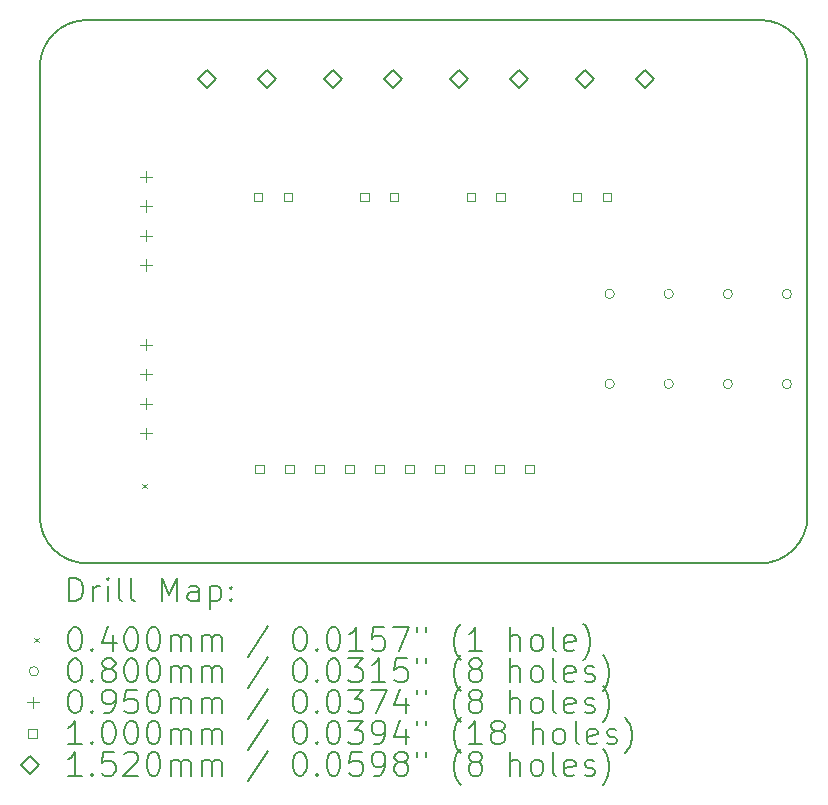
<source format=gbr>
%TF.GenerationSoftware,KiCad,Pcbnew,8.0.1-8.0.1-1~ubuntu22.04.1*%
%TF.CreationDate,2024-05-03T10:54:56-07:00*%
%TF.ProjectId,pifire-ads-board,70696669-7265-42d6-9164-732d626f6172,rev?*%
%TF.SameCoordinates,Original*%
%TF.FileFunction,Drillmap*%
%TF.FilePolarity,Positive*%
%FSLAX45Y45*%
G04 Gerber Fmt 4.5, Leading zero omitted, Abs format (unit mm)*
G04 Created by KiCad (PCBNEW 8.0.1-8.0.1-1~ubuntu22.04.1) date 2024-05-03 10:54:56*
%MOMM*%
%LPD*%
G01*
G04 APERTURE LIST*
%ADD10C,0.200000*%
%ADD11C,0.100000*%
%ADD12C,0.152000*%
G04 APERTURE END LIST*
D10*
X9500000Y-7200000D02*
G75*
G02*
X9100000Y-7600000I-400000J0D01*
G01*
X3000000Y-7200000D02*
X3000000Y-3400000D01*
X9100000Y-7600000D02*
X3400000Y-7600000D01*
X3400000Y-3000000D02*
X9100000Y-3000000D01*
X3400000Y-7600000D02*
G75*
G02*
X3000000Y-7200000I0J400000D01*
G01*
X3000000Y-3400000D02*
G75*
G02*
X3400000Y-3000000I400000J0D01*
G01*
X9500000Y-3400000D02*
X9500000Y-7200000D01*
X9100000Y-3000000D02*
G75*
G02*
X9500000Y-3400000I0J-400000D01*
G01*
D11*
X3865000Y-6925000D02*
X3905000Y-6965000D01*
X3905000Y-6925000D02*
X3865000Y-6965000D01*
X7865000Y-5319000D02*
G75*
G02*
X7785000Y-5319000I-40000J0D01*
G01*
X7785000Y-5319000D02*
G75*
G02*
X7865000Y-5319000I40000J0D01*
G01*
X7865000Y-6081000D02*
G75*
G02*
X7785000Y-6081000I-40000J0D01*
G01*
X7785000Y-6081000D02*
G75*
G02*
X7865000Y-6081000I40000J0D01*
G01*
X8365000Y-5319000D02*
G75*
G02*
X8285000Y-5319000I-40000J0D01*
G01*
X8285000Y-5319000D02*
G75*
G02*
X8365000Y-5319000I40000J0D01*
G01*
X8365000Y-6081000D02*
G75*
G02*
X8285000Y-6081000I-40000J0D01*
G01*
X8285000Y-6081000D02*
G75*
G02*
X8365000Y-6081000I40000J0D01*
G01*
X8865000Y-5319000D02*
G75*
G02*
X8785000Y-5319000I-40000J0D01*
G01*
X8785000Y-5319000D02*
G75*
G02*
X8865000Y-5319000I40000J0D01*
G01*
X8865000Y-6081000D02*
G75*
G02*
X8785000Y-6081000I-40000J0D01*
G01*
X8785000Y-6081000D02*
G75*
G02*
X8865000Y-6081000I40000J0D01*
G01*
X9365000Y-5319000D02*
G75*
G02*
X9285000Y-5319000I-40000J0D01*
G01*
X9285000Y-5319000D02*
G75*
G02*
X9365000Y-5319000I40000J0D01*
G01*
X9365000Y-6081000D02*
G75*
G02*
X9285000Y-6081000I-40000J0D01*
G01*
X9285000Y-6081000D02*
G75*
G02*
X9365000Y-6081000I40000J0D01*
G01*
X3900000Y-4277500D02*
X3900000Y-4372500D01*
X3852500Y-4325000D02*
X3947500Y-4325000D01*
X3900000Y-4527500D02*
X3900000Y-4622500D01*
X3852500Y-4575000D02*
X3947500Y-4575000D01*
X3900000Y-4777500D02*
X3900000Y-4872500D01*
X3852500Y-4825000D02*
X3947500Y-4825000D01*
X3900000Y-5027500D02*
X3900000Y-5122500D01*
X3852500Y-5075000D02*
X3947500Y-5075000D01*
X3900000Y-5702500D02*
X3900000Y-5797500D01*
X3852500Y-5750000D02*
X3947500Y-5750000D01*
X3900000Y-5952500D02*
X3900000Y-6047500D01*
X3852500Y-6000000D02*
X3947500Y-6000000D01*
X3900000Y-6202500D02*
X3900000Y-6297500D01*
X3852500Y-6250000D02*
X3947500Y-6250000D01*
X3900000Y-6452500D02*
X3900000Y-6547500D01*
X3852500Y-6500000D02*
X3947500Y-6500000D01*
X4885356Y-4535356D02*
X4885356Y-4464644D01*
X4814644Y-4464644D01*
X4814644Y-4535356D01*
X4885356Y-4535356D01*
X4896156Y-6835356D02*
X4896156Y-6764644D01*
X4825444Y-6764644D01*
X4825444Y-6835356D01*
X4896156Y-6835356D01*
X5135356Y-4535356D02*
X5135356Y-4464644D01*
X5064644Y-4464644D01*
X5064644Y-4535356D01*
X5135356Y-4535356D01*
X5150156Y-6835356D02*
X5150156Y-6764644D01*
X5079444Y-6764644D01*
X5079444Y-6835356D01*
X5150156Y-6835356D01*
X5404156Y-6835356D02*
X5404156Y-6764644D01*
X5333444Y-6764644D01*
X5333444Y-6835356D01*
X5404156Y-6835356D01*
X5658156Y-6835356D02*
X5658156Y-6764644D01*
X5587444Y-6764644D01*
X5587444Y-6835356D01*
X5658156Y-6835356D01*
X5785356Y-4535356D02*
X5785356Y-4464644D01*
X5714644Y-4464644D01*
X5714644Y-4535356D01*
X5785356Y-4535356D01*
X5912156Y-6835356D02*
X5912156Y-6764644D01*
X5841444Y-6764644D01*
X5841444Y-6835356D01*
X5912156Y-6835356D01*
X6035356Y-4535356D02*
X6035356Y-4464644D01*
X5964644Y-4464644D01*
X5964644Y-4535356D01*
X6035356Y-4535356D01*
X6166156Y-6835356D02*
X6166156Y-6764644D01*
X6095444Y-6764644D01*
X6095444Y-6835356D01*
X6166156Y-6835356D01*
X6420156Y-6835356D02*
X6420156Y-6764644D01*
X6349444Y-6764644D01*
X6349444Y-6835356D01*
X6420156Y-6835356D01*
X6674156Y-6835356D02*
X6674156Y-6764644D01*
X6603444Y-6764644D01*
X6603444Y-6835356D01*
X6674156Y-6835356D01*
X6685356Y-4535356D02*
X6685356Y-4464644D01*
X6614644Y-4464644D01*
X6614644Y-4535356D01*
X6685356Y-4535356D01*
X6928156Y-6835356D02*
X6928156Y-6764644D01*
X6857444Y-6764644D01*
X6857444Y-6835356D01*
X6928156Y-6835356D01*
X6935356Y-4535356D02*
X6935356Y-4464644D01*
X6864644Y-4464644D01*
X6864644Y-4535356D01*
X6935356Y-4535356D01*
X7182156Y-6835356D02*
X7182156Y-6764644D01*
X7111444Y-6764644D01*
X7111444Y-6835356D01*
X7182156Y-6835356D01*
X7585356Y-4535356D02*
X7585356Y-4464644D01*
X7514644Y-4464644D01*
X7514644Y-4535356D01*
X7585356Y-4535356D01*
X7835356Y-4535356D02*
X7835356Y-4464644D01*
X7764644Y-4464644D01*
X7764644Y-4535356D01*
X7835356Y-4535356D01*
D12*
X4412400Y-3576000D02*
X4488400Y-3500000D01*
X4412400Y-3424000D01*
X4336400Y-3500000D01*
X4412400Y-3576000D01*
X4920400Y-3576000D02*
X4996400Y-3500000D01*
X4920400Y-3424000D01*
X4844400Y-3500000D01*
X4920400Y-3576000D01*
X5479200Y-3576000D02*
X5555200Y-3500000D01*
X5479200Y-3424000D01*
X5403200Y-3500000D01*
X5479200Y-3576000D01*
X5987200Y-3576000D02*
X6063200Y-3500000D01*
X5987200Y-3424000D01*
X5911200Y-3500000D01*
X5987200Y-3576000D01*
X6546000Y-3576000D02*
X6622000Y-3500000D01*
X6546000Y-3424000D01*
X6470000Y-3500000D01*
X6546000Y-3576000D01*
X7054000Y-3576000D02*
X7130000Y-3500000D01*
X7054000Y-3424000D01*
X6978000Y-3500000D01*
X7054000Y-3576000D01*
X7612800Y-3576000D02*
X7688800Y-3500000D01*
X7612800Y-3424000D01*
X7536800Y-3500000D01*
X7612800Y-3576000D01*
X8120800Y-3576000D02*
X8196800Y-3500000D01*
X8120800Y-3424000D01*
X8044800Y-3500000D01*
X8120800Y-3576000D01*
D10*
X3250777Y-7921484D02*
X3250777Y-7721484D01*
X3250777Y-7721484D02*
X3298396Y-7721484D01*
X3298396Y-7721484D02*
X3326967Y-7731008D01*
X3326967Y-7731008D02*
X3346015Y-7750055D01*
X3346015Y-7750055D02*
X3355539Y-7769103D01*
X3355539Y-7769103D02*
X3365062Y-7807198D01*
X3365062Y-7807198D02*
X3365062Y-7835769D01*
X3365062Y-7835769D02*
X3355539Y-7873865D01*
X3355539Y-7873865D02*
X3346015Y-7892912D01*
X3346015Y-7892912D02*
X3326967Y-7911960D01*
X3326967Y-7911960D02*
X3298396Y-7921484D01*
X3298396Y-7921484D02*
X3250777Y-7921484D01*
X3450777Y-7921484D02*
X3450777Y-7788150D01*
X3450777Y-7826246D02*
X3460301Y-7807198D01*
X3460301Y-7807198D02*
X3469824Y-7797674D01*
X3469824Y-7797674D02*
X3488872Y-7788150D01*
X3488872Y-7788150D02*
X3507920Y-7788150D01*
X3574586Y-7921484D02*
X3574586Y-7788150D01*
X3574586Y-7721484D02*
X3565062Y-7731008D01*
X3565062Y-7731008D02*
X3574586Y-7740531D01*
X3574586Y-7740531D02*
X3584110Y-7731008D01*
X3584110Y-7731008D02*
X3574586Y-7721484D01*
X3574586Y-7721484D02*
X3574586Y-7740531D01*
X3698396Y-7921484D02*
X3679348Y-7911960D01*
X3679348Y-7911960D02*
X3669824Y-7892912D01*
X3669824Y-7892912D02*
X3669824Y-7721484D01*
X3803158Y-7921484D02*
X3784110Y-7911960D01*
X3784110Y-7911960D02*
X3774586Y-7892912D01*
X3774586Y-7892912D02*
X3774586Y-7721484D01*
X4031729Y-7921484D02*
X4031729Y-7721484D01*
X4031729Y-7721484D02*
X4098396Y-7864341D01*
X4098396Y-7864341D02*
X4165062Y-7721484D01*
X4165062Y-7721484D02*
X4165062Y-7921484D01*
X4346015Y-7921484D02*
X4346015Y-7816722D01*
X4346015Y-7816722D02*
X4336491Y-7797674D01*
X4336491Y-7797674D02*
X4317444Y-7788150D01*
X4317444Y-7788150D02*
X4279348Y-7788150D01*
X4279348Y-7788150D02*
X4260301Y-7797674D01*
X4346015Y-7911960D02*
X4326967Y-7921484D01*
X4326967Y-7921484D02*
X4279348Y-7921484D01*
X4279348Y-7921484D02*
X4260301Y-7911960D01*
X4260301Y-7911960D02*
X4250777Y-7892912D01*
X4250777Y-7892912D02*
X4250777Y-7873865D01*
X4250777Y-7873865D02*
X4260301Y-7854817D01*
X4260301Y-7854817D02*
X4279348Y-7845293D01*
X4279348Y-7845293D02*
X4326967Y-7845293D01*
X4326967Y-7845293D02*
X4346015Y-7835769D01*
X4441253Y-7788150D02*
X4441253Y-7988150D01*
X4441253Y-7797674D02*
X4460301Y-7788150D01*
X4460301Y-7788150D02*
X4498396Y-7788150D01*
X4498396Y-7788150D02*
X4517444Y-7797674D01*
X4517444Y-7797674D02*
X4526967Y-7807198D01*
X4526967Y-7807198D02*
X4536491Y-7826246D01*
X4536491Y-7826246D02*
X4536491Y-7883388D01*
X4536491Y-7883388D02*
X4526967Y-7902436D01*
X4526967Y-7902436D02*
X4517444Y-7911960D01*
X4517444Y-7911960D02*
X4498396Y-7921484D01*
X4498396Y-7921484D02*
X4460301Y-7921484D01*
X4460301Y-7921484D02*
X4441253Y-7911960D01*
X4622205Y-7902436D02*
X4631729Y-7911960D01*
X4631729Y-7911960D02*
X4622205Y-7921484D01*
X4622205Y-7921484D02*
X4612682Y-7911960D01*
X4612682Y-7911960D02*
X4622205Y-7902436D01*
X4622205Y-7902436D02*
X4622205Y-7921484D01*
X4622205Y-7797674D02*
X4631729Y-7807198D01*
X4631729Y-7807198D02*
X4622205Y-7816722D01*
X4622205Y-7816722D02*
X4612682Y-7807198D01*
X4612682Y-7807198D02*
X4622205Y-7797674D01*
X4622205Y-7797674D02*
X4622205Y-7816722D01*
D11*
X2950000Y-8230000D02*
X2990000Y-8270000D01*
X2990000Y-8230000D02*
X2950000Y-8270000D01*
D10*
X3288872Y-8141484D02*
X3307920Y-8141484D01*
X3307920Y-8141484D02*
X3326967Y-8151008D01*
X3326967Y-8151008D02*
X3336491Y-8160531D01*
X3336491Y-8160531D02*
X3346015Y-8179579D01*
X3346015Y-8179579D02*
X3355539Y-8217674D01*
X3355539Y-8217674D02*
X3355539Y-8265293D01*
X3355539Y-8265293D02*
X3346015Y-8303388D01*
X3346015Y-8303388D02*
X3336491Y-8322436D01*
X3336491Y-8322436D02*
X3326967Y-8331960D01*
X3326967Y-8331960D02*
X3307920Y-8341484D01*
X3307920Y-8341484D02*
X3288872Y-8341484D01*
X3288872Y-8341484D02*
X3269824Y-8331960D01*
X3269824Y-8331960D02*
X3260301Y-8322436D01*
X3260301Y-8322436D02*
X3250777Y-8303388D01*
X3250777Y-8303388D02*
X3241253Y-8265293D01*
X3241253Y-8265293D02*
X3241253Y-8217674D01*
X3241253Y-8217674D02*
X3250777Y-8179579D01*
X3250777Y-8179579D02*
X3260301Y-8160531D01*
X3260301Y-8160531D02*
X3269824Y-8151008D01*
X3269824Y-8151008D02*
X3288872Y-8141484D01*
X3441253Y-8322436D02*
X3450777Y-8331960D01*
X3450777Y-8331960D02*
X3441253Y-8341484D01*
X3441253Y-8341484D02*
X3431729Y-8331960D01*
X3431729Y-8331960D02*
X3441253Y-8322436D01*
X3441253Y-8322436D02*
X3441253Y-8341484D01*
X3622205Y-8208150D02*
X3622205Y-8341484D01*
X3574586Y-8131960D02*
X3526967Y-8274817D01*
X3526967Y-8274817D02*
X3650777Y-8274817D01*
X3765062Y-8141484D02*
X3784110Y-8141484D01*
X3784110Y-8141484D02*
X3803158Y-8151008D01*
X3803158Y-8151008D02*
X3812682Y-8160531D01*
X3812682Y-8160531D02*
X3822205Y-8179579D01*
X3822205Y-8179579D02*
X3831729Y-8217674D01*
X3831729Y-8217674D02*
X3831729Y-8265293D01*
X3831729Y-8265293D02*
X3822205Y-8303388D01*
X3822205Y-8303388D02*
X3812682Y-8322436D01*
X3812682Y-8322436D02*
X3803158Y-8331960D01*
X3803158Y-8331960D02*
X3784110Y-8341484D01*
X3784110Y-8341484D02*
X3765062Y-8341484D01*
X3765062Y-8341484D02*
X3746015Y-8331960D01*
X3746015Y-8331960D02*
X3736491Y-8322436D01*
X3736491Y-8322436D02*
X3726967Y-8303388D01*
X3726967Y-8303388D02*
X3717443Y-8265293D01*
X3717443Y-8265293D02*
X3717443Y-8217674D01*
X3717443Y-8217674D02*
X3726967Y-8179579D01*
X3726967Y-8179579D02*
X3736491Y-8160531D01*
X3736491Y-8160531D02*
X3746015Y-8151008D01*
X3746015Y-8151008D02*
X3765062Y-8141484D01*
X3955539Y-8141484D02*
X3974586Y-8141484D01*
X3974586Y-8141484D02*
X3993634Y-8151008D01*
X3993634Y-8151008D02*
X4003158Y-8160531D01*
X4003158Y-8160531D02*
X4012682Y-8179579D01*
X4012682Y-8179579D02*
X4022205Y-8217674D01*
X4022205Y-8217674D02*
X4022205Y-8265293D01*
X4022205Y-8265293D02*
X4012682Y-8303388D01*
X4012682Y-8303388D02*
X4003158Y-8322436D01*
X4003158Y-8322436D02*
X3993634Y-8331960D01*
X3993634Y-8331960D02*
X3974586Y-8341484D01*
X3974586Y-8341484D02*
X3955539Y-8341484D01*
X3955539Y-8341484D02*
X3936491Y-8331960D01*
X3936491Y-8331960D02*
X3926967Y-8322436D01*
X3926967Y-8322436D02*
X3917443Y-8303388D01*
X3917443Y-8303388D02*
X3907920Y-8265293D01*
X3907920Y-8265293D02*
X3907920Y-8217674D01*
X3907920Y-8217674D02*
X3917443Y-8179579D01*
X3917443Y-8179579D02*
X3926967Y-8160531D01*
X3926967Y-8160531D02*
X3936491Y-8151008D01*
X3936491Y-8151008D02*
X3955539Y-8141484D01*
X4107920Y-8341484D02*
X4107920Y-8208150D01*
X4107920Y-8227198D02*
X4117443Y-8217674D01*
X4117443Y-8217674D02*
X4136491Y-8208150D01*
X4136491Y-8208150D02*
X4165063Y-8208150D01*
X4165063Y-8208150D02*
X4184110Y-8217674D01*
X4184110Y-8217674D02*
X4193634Y-8236722D01*
X4193634Y-8236722D02*
X4193634Y-8341484D01*
X4193634Y-8236722D02*
X4203158Y-8217674D01*
X4203158Y-8217674D02*
X4222205Y-8208150D01*
X4222205Y-8208150D02*
X4250777Y-8208150D01*
X4250777Y-8208150D02*
X4269825Y-8217674D01*
X4269825Y-8217674D02*
X4279348Y-8236722D01*
X4279348Y-8236722D02*
X4279348Y-8341484D01*
X4374586Y-8341484D02*
X4374586Y-8208150D01*
X4374586Y-8227198D02*
X4384110Y-8217674D01*
X4384110Y-8217674D02*
X4403158Y-8208150D01*
X4403158Y-8208150D02*
X4431729Y-8208150D01*
X4431729Y-8208150D02*
X4450777Y-8217674D01*
X4450777Y-8217674D02*
X4460301Y-8236722D01*
X4460301Y-8236722D02*
X4460301Y-8341484D01*
X4460301Y-8236722D02*
X4469825Y-8217674D01*
X4469825Y-8217674D02*
X4488872Y-8208150D01*
X4488872Y-8208150D02*
X4517444Y-8208150D01*
X4517444Y-8208150D02*
X4536491Y-8217674D01*
X4536491Y-8217674D02*
X4546015Y-8236722D01*
X4546015Y-8236722D02*
X4546015Y-8341484D01*
X4936491Y-8131960D02*
X4765063Y-8389103D01*
X5193634Y-8141484D02*
X5212682Y-8141484D01*
X5212682Y-8141484D02*
X5231729Y-8151008D01*
X5231729Y-8151008D02*
X5241253Y-8160531D01*
X5241253Y-8160531D02*
X5250777Y-8179579D01*
X5250777Y-8179579D02*
X5260301Y-8217674D01*
X5260301Y-8217674D02*
X5260301Y-8265293D01*
X5260301Y-8265293D02*
X5250777Y-8303388D01*
X5250777Y-8303388D02*
X5241253Y-8322436D01*
X5241253Y-8322436D02*
X5231729Y-8331960D01*
X5231729Y-8331960D02*
X5212682Y-8341484D01*
X5212682Y-8341484D02*
X5193634Y-8341484D01*
X5193634Y-8341484D02*
X5174587Y-8331960D01*
X5174587Y-8331960D02*
X5165063Y-8322436D01*
X5165063Y-8322436D02*
X5155539Y-8303388D01*
X5155539Y-8303388D02*
X5146015Y-8265293D01*
X5146015Y-8265293D02*
X5146015Y-8217674D01*
X5146015Y-8217674D02*
X5155539Y-8179579D01*
X5155539Y-8179579D02*
X5165063Y-8160531D01*
X5165063Y-8160531D02*
X5174587Y-8151008D01*
X5174587Y-8151008D02*
X5193634Y-8141484D01*
X5346015Y-8322436D02*
X5355539Y-8331960D01*
X5355539Y-8331960D02*
X5346015Y-8341484D01*
X5346015Y-8341484D02*
X5336491Y-8331960D01*
X5336491Y-8331960D02*
X5346015Y-8322436D01*
X5346015Y-8322436D02*
X5346015Y-8341484D01*
X5479348Y-8141484D02*
X5498396Y-8141484D01*
X5498396Y-8141484D02*
X5517444Y-8151008D01*
X5517444Y-8151008D02*
X5526968Y-8160531D01*
X5526968Y-8160531D02*
X5536491Y-8179579D01*
X5536491Y-8179579D02*
X5546015Y-8217674D01*
X5546015Y-8217674D02*
X5546015Y-8265293D01*
X5546015Y-8265293D02*
X5536491Y-8303388D01*
X5536491Y-8303388D02*
X5526968Y-8322436D01*
X5526968Y-8322436D02*
X5517444Y-8331960D01*
X5517444Y-8331960D02*
X5498396Y-8341484D01*
X5498396Y-8341484D02*
X5479348Y-8341484D01*
X5479348Y-8341484D02*
X5460301Y-8331960D01*
X5460301Y-8331960D02*
X5450777Y-8322436D01*
X5450777Y-8322436D02*
X5441253Y-8303388D01*
X5441253Y-8303388D02*
X5431729Y-8265293D01*
X5431729Y-8265293D02*
X5431729Y-8217674D01*
X5431729Y-8217674D02*
X5441253Y-8179579D01*
X5441253Y-8179579D02*
X5450777Y-8160531D01*
X5450777Y-8160531D02*
X5460301Y-8151008D01*
X5460301Y-8151008D02*
X5479348Y-8141484D01*
X5736491Y-8341484D02*
X5622206Y-8341484D01*
X5679348Y-8341484D02*
X5679348Y-8141484D01*
X5679348Y-8141484D02*
X5660301Y-8170055D01*
X5660301Y-8170055D02*
X5641253Y-8189103D01*
X5641253Y-8189103D02*
X5622206Y-8198627D01*
X5917444Y-8141484D02*
X5822206Y-8141484D01*
X5822206Y-8141484D02*
X5812682Y-8236722D01*
X5812682Y-8236722D02*
X5822206Y-8227198D01*
X5822206Y-8227198D02*
X5841253Y-8217674D01*
X5841253Y-8217674D02*
X5888872Y-8217674D01*
X5888872Y-8217674D02*
X5907920Y-8227198D01*
X5907920Y-8227198D02*
X5917444Y-8236722D01*
X5917444Y-8236722D02*
X5926967Y-8255769D01*
X5926967Y-8255769D02*
X5926967Y-8303388D01*
X5926967Y-8303388D02*
X5917444Y-8322436D01*
X5917444Y-8322436D02*
X5907920Y-8331960D01*
X5907920Y-8331960D02*
X5888872Y-8341484D01*
X5888872Y-8341484D02*
X5841253Y-8341484D01*
X5841253Y-8341484D02*
X5822206Y-8331960D01*
X5822206Y-8331960D02*
X5812682Y-8322436D01*
X5993634Y-8141484D02*
X6126967Y-8141484D01*
X6126967Y-8141484D02*
X6041253Y-8341484D01*
X6193634Y-8141484D02*
X6193634Y-8179579D01*
X6269825Y-8141484D02*
X6269825Y-8179579D01*
X6565063Y-8417674D02*
X6555539Y-8408150D01*
X6555539Y-8408150D02*
X6536491Y-8379579D01*
X6536491Y-8379579D02*
X6526968Y-8360531D01*
X6526968Y-8360531D02*
X6517444Y-8331960D01*
X6517444Y-8331960D02*
X6507920Y-8284341D01*
X6507920Y-8284341D02*
X6507920Y-8246246D01*
X6507920Y-8246246D02*
X6517444Y-8198627D01*
X6517444Y-8198627D02*
X6526968Y-8170055D01*
X6526968Y-8170055D02*
X6536491Y-8151008D01*
X6536491Y-8151008D02*
X6555539Y-8122436D01*
X6555539Y-8122436D02*
X6565063Y-8112912D01*
X6746015Y-8341484D02*
X6631729Y-8341484D01*
X6688872Y-8341484D02*
X6688872Y-8141484D01*
X6688872Y-8141484D02*
X6669825Y-8170055D01*
X6669825Y-8170055D02*
X6650777Y-8189103D01*
X6650777Y-8189103D02*
X6631729Y-8198627D01*
X6984110Y-8341484D02*
X6984110Y-8141484D01*
X7069825Y-8341484D02*
X7069825Y-8236722D01*
X7069825Y-8236722D02*
X7060301Y-8217674D01*
X7060301Y-8217674D02*
X7041253Y-8208150D01*
X7041253Y-8208150D02*
X7012682Y-8208150D01*
X7012682Y-8208150D02*
X6993634Y-8217674D01*
X6993634Y-8217674D02*
X6984110Y-8227198D01*
X7193634Y-8341484D02*
X7174587Y-8331960D01*
X7174587Y-8331960D02*
X7165063Y-8322436D01*
X7165063Y-8322436D02*
X7155539Y-8303388D01*
X7155539Y-8303388D02*
X7155539Y-8246246D01*
X7155539Y-8246246D02*
X7165063Y-8227198D01*
X7165063Y-8227198D02*
X7174587Y-8217674D01*
X7174587Y-8217674D02*
X7193634Y-8208150D01*
X7193634Y-8208150D02*
X7222206Y-8208150D01*
X7222206Y-8208150D02*
X7241253Y-8217674D01*
X7241253Y-8217674D02*
X7250777Y-8227198D01*
X7250777Y-8227198D02*
X7260301Y-8246246D01*
X7260301Y-8246246D02*
X7260301Y-8303388D01*
X7260301Y-8303388D02*
X7250777Y-8322436D01*
X7250777Y-8322436D02*
X7241253Y-8331960D01*
X7241253Y-8331960D02*
X7222206Y-8341484D01*
X7222206Y-8341484D02*
X7193634Y-8341484D01*
X7374587Y-8341484D02*
X7355539Y-8331960D01*
X7355539Y-8331960D02*
X7346015Y-8312912D01*
X7346015Y-8312912D02*
X7346015Y-8141484D01*
X7526968Y-8331960D02*
X7507920Y-8341484D01*
X7507920Y-8341484D02*
X7469825Y-8341484D01*
X7469825Y-8341484D02*
X7450777Y-8331960D01*
X7450777Y-8331960D02*
X7441253Y-8312912D01*
X7441253Y-8312912D02*
X7441253Y-8236722D01*
X7441253Y-8236722D02*
X7450777Y-8217674D01*
X7450777Y-8217674D02*
X7469825Y-8208150D01*
X7469825Y-8208150D02*
X7507920Y-8208150D01*
X7507920Y-8208150D02*
X7526968Y-8217674D01*
X7526968Y-8217674D02*
X7536491Y-8236722D01*
X7536491Y-8236722D02*
X7536491Y-8255769D01*
X7536491Y-8255769D02*
X7441253Y-8274817D01*
X7603158Y-8417674D02*
X7612682Y-8408150D01*
X7612682Y-8408150D02*
X7631730Y-8379579D01*
X7631730Y-8379579D02*
X7641253Y-8360531D01*
X7641253Y-8360531D02*
X7650777Y-8331960D01*
X7650777Y-8331960D02*
X7660301Y-8284341D01*
X7660301Y-8284341D02*
X7660301Y-8246246D01*
X7660301Y-8246246D02*
X7650777Y-8198627D01*
X7650777Y-8198627D02*
X7641253Y-8170055D01*
X7641253Y-8170055D02*
X7631730Y-8151008D01*
X7631730Y-8151008D02*
X7612682Y-8122436D01*
X7612682Y-8122436D02*
X7603158Y-8112912D01*
D11*
X2990000Y-8514000D02*
G75*
G02*
X2910000Y-8514000I-40000J0D01*
G01*
X2910000Y-8514000D02*
G75*
G02*
X2990000Y-8514000I40000J0D01*
G01*
D10*
X3288872Y-8405484D02*
X3307920Y-8405484D01*
X3307920Y-8405484D02*
X3326967Y-8415008D01*
X3326967Y-8415008D02*
X3336491Y-8424531D01*
X3336491Y-8424531D02*
X3346015Y-8443579D01*
X3346015Y-8443579D02*
X3355539Y-8481674D01*
X3355539Y-8481674D02*
X3355539Y-8529293D01*
X3355539Y-8529293D02*
X3346015Y-8567389D01*
X3346015Y-8567389D02*
X3336491Y-8586436D01*
X3336491Y-8586436D02*
X3326967Y-8595960D01*
X3326967Y-8595960D02*
X3307920Y-8605484D01*
X3307920Y-8605484D02*
X3288872Y-8605484D01*
X3288872Y-8605484D02*
X3269824Y-8595960D01*
X3269824Y-8595960D02*
X3260301Y-8586436D01*
X3260301Y-8586436D02*
X3250777Y-8567389D01*
X3250777Y-8567389D02*
X3241253Y-8529293D01*
X3241253Y-8529293D02*
X3241253Y-8481674D01*
X3241253Y-8481674D02*
X3250777Y-8443579D01*
X3250777Y-8443579D02*
X3260301Y-8424531D01*
X3260301Y-8424531D02*
X3269824Y-8415008D01*
X3269824Y-8415008D02*
X3288872Y-8405484D01*
X3441253Y-8586436D02*
X3450777Y-8595960D01*
X3450777Y-8595960D02*
X3441253Y-8605484D01*
X3441253Y-8605484D02*
X3431729Y-8595960D01*
X3431729Y-8595960D02*
X3441253Y-8586436D01*
X3441253Y-8586436D02*
X3441253Y-8605484D01*
X3565062Y-8491198D02*
X3546015Y-8481674D01*
X3546015Y-8481674D02*
X3536491Y-8472150D01*
X3536491Y-8472150D02*
X3526967Y-8453103D01*
X3526967Y-8453103D02*
X3526967Y-8443579D01*
X3526967Y-8443579D02*
X3536491Y-8424531D01*
X3536491Y-8424531D02*
X3546015Y-8415008D01*
X3546015Y-8415008D02*
X3565062Y-8405484D01*
X3565062Y-8405484D02*
X3603158Y-8405484D01*
X3603158Y-8405484D02*
X3622205Y-8415008D01*
X3622205Y-8415008D02*
X3631729Y-8424531D01*
X3631729Y-8424531D02*
X3641253Y-8443579D01*
X3641253Y-8443579D02*
X3641253Y-8453103D01*
X3641253Y-8453103D02*
X3631729Y-8472150D01*
X3631729Y-8472150D02*
X3622205Y-8481674D01*
X3622205Y-8481674D02*
X3603158Y-8491198D01*
X3603158Y-8491198D02*
X3565062Y-8491198D01*
X3565062Y-8491198D02*
X3546015Y-8500722D01*
X3546015Y-8500722D02*
X3536491Y-8510246D01*
X3536491Y-8510246D02*
X3526967Y-8529293D01*
X3526967Y-8529293D02*
X3526967Y-8567389D01*
X3526967Y-8567389D02*
X3536491Y-8586436D01*
X3536491Y-8586436D02*
X3546015Y-8595960D01*
X3546015Y-8595960D02*
X3565062Y-8605484D01*
X3565062Y-8605484D02*
X3603158Y-8605484D01*
X3603158Y-8605484D02*
X3622205Y-8595960D01*
X3622205Y-8595960D02*
X3631729Y-8586436D01*
X3631729Y-8586436D02*
X3641253Y-8567389D01*
X3641253Y-8567389D02*
X3641253Y-8529293D01*
X3641253Y-8529293D02*
X3631729Y-8510246D01*
X3631729Y-8510246D02*
X3622205Y-8500722D01*
X3622205Y-8500722D02*
X3603158Y-8491198D01*
X3765062Y-8405484D02*
X3784110Y-8405484D01*
X3784110Y-8405484D02*
X3803158Y-8415008D01*
X3803158Y-8415008D02*
X3812682Y-8424531D01*
X3812682Y-8424531D02*
X3822205Y-8443579D01*
X3822205Y-8443579D02*
X3831729Y-8481674D01*
X3831729Y-8481674D02*
X3831729Y-8529293D01*
X3831729Y-8529293D02*
X3822205Y-8567389D01*
X3822205Y-8567389D02*
X3812682Y-8586436D01*
X3812682Y-8586436D02*
X3803158Y-8595960D01*
X3803158Y-8595960D02*
X3784110Y-8605484D01*
X3784110Y-8605484D02*
X3765062Y-8605484D01*
X3765062Y-8605484D02*
X3746015Y-8595960D01*
X3746015Y-8595960D02*
X3736491Y-8586436D01*
X3736491Y-8586436D02*
X3726967Y-8567389D01*
X3726967Y-8567389D02*
X3717443Y-8529293D01*
X3717443Y-8529293D02*
X3717443Y-8481674D01*
X3717443Y-8481674D02*
X3726967Y-8443579D01*
X3726967Y-8443579D02*
X3736491Y-8424531D01*
X3736491Y-8424531D02*
X3746015Y-8415008D01*
X3746015Y-8415008D02*
X3765062Y-8405484D01*
X3955539Y-8405484D02*
X3974586Y-8405484D01*
X3974586Y-8405484D02*
X3993634Y-8415008D01*
X3993634Y-8415008D02*
X4003158Y-8424531D01*
X4003158Y-8424531D02*
X4012682Y-8443579D01*
X4012682Y-8443579D02*
X4022205Y-8481674D01*
X4022205Y-8481674D02*
X4022205Y-8529293D01*
X4022205Y-8529293D02*
X4012682Y-8567389D01*
X4012682Y-8567389D02*
X4003158Y-8586436D01*
X4003158Y-8586436D02*
X3993634Y-8595960D01*
X3993634Y-8595960D02*
X3974586Y-8605484D01*
X3974586Y-8605484D02*
X3955539Y-8605484D01*
X3955539Y-8605484D02*
X3936491Y-8595960D01*
X3936491Y-8595960D02*
X3926967Y-8586436D01*
X3926967Y-8586436D02*
X3917443Y-8567389D01*
X3917443Y-8567389D02*
X3907920Y-8529293D01*
X3907920Y-8529293D02*
X3907920Y-8481674D01*
X3907920Y-8481674D02*
X3917443Y-8443579D01*
X3917443Y-8443579D02*
X3926967Y-8424531D01*
X3926967Y-8424531D02*
X3936491Y-8415008D01*
X3936491Y-8415008D02*
X3955539Y-8405484D01*
X4107920Y-8605484D02*
X4107920Y-8472150D01*
X4107920Y-8491198D02*
X4117443Y-8481674D01*
X4117443Y-8481674D02*
X4136491Y-8472150D01*
X4136491Y-8472150D02*
X4165063Y-8472150D01*
X4165063Y-8472150D02*
X4184110Y-8481674D01*
X4184110Y-8481674D02*
X4193634Y-8500722D01*
X4193634Y-8500722D02*
X4193634Y-8605484D01*
X4193634Y-8500722D02*
X4203158Y-8481674D01*
X4203158Y-8481674D02*
X4222205Y-8472150D01*
X4222205Y-8472150D02*
X4250777Y-8472150D01*
X4250777Y-8472150D02*
X4269825Y-8481674D01*
X4269825Y-8481674D02*
X4279348Y-8500722D01*
X4279348Y-8500722D02*
X4279348Y-8605484D01*
X4374586Y-8605484D02*
X4374586Y-8472150D01*
X4374586Y-8491198D02*
X4384110Y-8481674D01*
X4384110Y-8481674D02*
X4403158Y-8472150D01*
X4403158Y-8472150D02*
X4431729Y-8472150D01*
X4431729Y-8472150D02*
X4450777Y-8481674D01*
X4450777Y-8481674D02*
X4460301Y-8500722D01*
X4460301Y-8500722D02*
X4460301Y-8605484D01*
X4460301Y-8500722D02*
X4469825Y-8481674D01*
X4469825Y-8481674D02*
X4488872Y-8472150D01*
X4488872Y-8472150D02*
X4517444Y-8472150D01*
X4517444Y-8472150D02*
X4536491Y-8481674D01*
X4536491Y-8481674D02*
X4546015Y-8500722D01*
X4546015Y-8500722D02*
X4546015Y-8605484D01*
X4936491Y-8395960D02*
X4765063Y-8653103D01*
X5193634Y-8405484D02*
X5212682Y-8405484D01*
X5212682Y-8405484D02*
X5231729Y-8415008D01*
X5231729Y-8415008D02*
X5241253Y-8424531D01*
X5241253Y-8424531D02*
X5250777Y-8443579D01*
X5250777Y-8443579D02*
X5260301Y-8481674D01*
X5260301Y-8481674D02*
X5260301Y-8529293D01*
X5260301Y-8529293D02*
X5250777Y-8567389D01*
X5250777Y-8567389D02*
X5241253Y-8586436D01*
X5241253Y-8586436D02*
X5231729Y-8595960D01*
X5231729Y-8595960D02*
X5212682Y-8605484D01*
X5212682Y-8605484D02*
X5193634Y-8605484D01*
X5193634Y-8605484D02*
X5174587Y-8595960D01*
X5174587Y-8595960D02*
X5165063Y-8586436D01*
X5165063Y-8586436D02*
X5155539Y-8567389D01*
X5155539Y-8567389D02*
X5146015Y-8529293D01*
X5146015Y-8529293D02*
X5146015Y-8481674D01*
X5146015Y-8481674D02*
X5155539Y-8443579D01*
X5155539Y-8443579D02*
X5165063Y-8424531D01*
X5165063Y-8424531D02*
X5174587Y-8415008D01*
X5174587Y-8415008D02*
X5193634Y-8405484D01*
X5346015Y-8586436D02*
X5355539Y-8595960D01*
X5355539Y-8595960D02*
X5346015Y-8605484D01*
X5346015Y-8605484D02*
X5336491Y-8595960D01*
X5336491Y-8595960D02*
X5346015Y-8586436D01*
X5346015Y-8586436D02*
X5346015Y-8605484D01*
X5479348Y-8405484D02*
X5498396Y-8405484D01*
X5498396Y-8405484D02*
X5517444Y-8415008D01*
X5517444Y-8415008D02*
X5526968Y-8424531D01*
X5526968Y-8424531D02*
X5536491Y-8443579D01*
X5536491Y-8443579D02*
X5546015Y-8481674D01*
X5546015Y-8481674D02*
X5546015Y-8529293D01*
X5546015Y-8529293D02*
X5536491Y-8567389D01*
X5536491Y-8567389D02*
X5526968Y-8586436D01*
X5526968Y-8586436D02*
X5517444Y-8595960D01*
X5517444Y-8595960D02*
X5498396Y-8605484D01*
X5498396Y-8605484D02*
X5479348Y-8605484D01*
X5479348Y-8605484D02*
X5460301Y-8595960D01*
X5460301Y-8595960D02*
X5450777Y-8586436D01*
X5450777Y-8586436D02*
X5441253Y-8567389D01*
X5441253Y-8567389D02*
X5431729Y-8529293D01*
X5431729Y-8529293D02*
X5431729Y-8481674D01*
X5431729Y-8481674D02*
X5441253Y-8443579D01*
X5441253Y-8443579D02*
X5450777Y-8424531D01*
X5450777Y-8424531D02*
X5460301Y-8415008D01*
X5460301Y-8415008D02*
X5479348Y-8405484D01*
X5612682Y-8405484D02*
X5736491Y-8405484D01*
X5736491Y-8405484D02*
X5669825Y-8481674D01*
X5669825Y-8481674D02*
X5698396Y-8481674D01*
X5698396Y-8481674D02*
X5717444Y-8491198D01*
X5717444Y-8491198D02*
X5726967Y-8500722D01*
X5726967Y-8500722D02*
X5736491Y-8519770D01*
X5736491Y-8519770D02*
X5736491Y-8567389D01*
X5736491Y-8567389D02*
X5726967Y-8586436D01*
X5726967Y-8586436D02*
X5717444Y-8595960D01*
X5717444Y-8595960D02*
X5698396Y-8605484D01*
X5698396Y-8605484D02*
X5641253Y-8605484D01*
X5641253Y-8605484D02*
X5622206Y-8595960D01*
X5622206Y-8595960D02*
X5612682Y-8586436D01*
X5926967Y-8605484D02*
X5812682Y-8605484D01*
X5869825Y-8605484D02*
X5869825Y-8405484D01*
X5869825Y-8405484D02*
X5850777Y-8434055D01*
X5850777Y-8434055D02*
X5831729Y-8453103D01*
X5831729Y-8453103D02*
X5812682Y-8462627D01*
X6107920Y-8405484D02*
X6012682Y-8405484D01*
X6012682Y-8405484D02*
X6003158Y-8500722D01*
X6003158Y-8500722D02*
X6012682Y-8491198D01*
X6012682Y-8491198D02*
X6031729Y-8481674D01*
X6031729Y-8481674D02*
X6079348Y-8481674D01*
X6079348Y-8481674D02*
X6098396Y-8491198D01*
X6098396Y-8491198D02*
X6107920Y-8500722D01*
X6107920Y-8500722D02*
X6117444Y-8519770D01*
X6117444Y-8519770D02*
X6117444Y-8567389D01*
X6117444Y-8567389D02*
X6107920Y-8586436D01*
X6107920Y-8586436D02*
X6098396Y-8595960D01*
X6098396Y-8595960D02*
X6079348Y-8605484D01*
X6079348Y-8605484D02*
X6031729Y-8605484D01*
X6031729Y-8605484D02*
X6012682Y-8595960D01*
X6012682Y-8595960D02*
X6003158Y-8586436D01*
X6193634Y-8405484D02*
X6193634Y-8443579D01*
X6269825Y-8405484D02*
X6269825Y-8443579D01*
X6565063Y-8681674D02*
X6555539Y-8672150D01*
X6555539Y-8672150D02*
X6536491Y-8643579D01*
X6536491Y-8643579D02*
X6526968Y-8624531D01*
X6526968Y-8624531D02*
X6517444Y-8595960D01*
X6517444Y-8595960D02*
X6507920Y-8548341D01*
X6507920Y-8548341D02*
X6507920Y-8510246D01*
X6507920Y-8510246D02*
X6517444Y-8462627D01*
X6517444Y-8462627D02*
X6526968Y-8434055D01*
X6526968Y-8434055D02*
X6536491Y-8415008D01*
X6536491Y-8415008D02*
X6555539Y-8386436D01*
X6555539Y-8386436D02*
X6565063Y-8376912D01*
X6669825Y-8491198D02*
X6650777Y-8481674D01*
X6650777Y-8481674D02*
X6641253Y-8472150D01*
X6641253Y-8472150D02*
X6631729Y-8453103D01*
X6631729Y-8453103D02*
X6631729Y-8443579D01*
X6631729Y-8443579D02*
X6641253Y-8424531D01*
X6641253Y-8424531D02*
X6650777Y-8415008D01*
X6650777Y-8415008D02*
X6669825Y-8405484D01*
X6669825Y-8405484D02*
X6707920Y-8405484D01*
X6707920Y-8405484D02*
X6726968Y-8415008D01*
X6726968Y-8415008D02*
X6736491Y-8424531D01*
X6736491Y-8424531D02*
X6746015Y-8443579D01*
X6746015Y-8443579D02*
X6746015Y-8453103D01*
X6746015Y-8453103D02*
X6736491Y-8472150D01*
X6736491Y-8472150D02*
X6726968Y-8481674D01*
X6726968Y-8481674D02*
X6707920Y-8491198D01*
X6707920Y-8491198D02*
X6669825Y-8491198D01*
X6669825Y-8491198D02*
X6650777Y-8500722D01*
X6650777Y-8500722D02*
X6641253Y-8510246D01*
X6641253Y-8510246D02*
X6631729Y-8529293D01*
X6631729Y-8529293D02*
X6631729Y-8567389D01*
X6631729Y-8567389D02*
X6641253Y-8586436D01*
X6641253Y-8586436D02*
X6650777Y-8595960D01*
X6650777Y-8595960D02*
X6669825Y-8605484D01*
X6669825Y-8605484D02*
X6707920Y-8605484D01*
X6707920Y-8605484D02*
X6726968Y-8595960D01*
X6726968Y-8595960D02*
X6736491Y-8586436D01*
X6736491Y-8586436D02*
X6746015Y-8567389D01*
X6746015Y-8567389D02*
X6746015Y-8529293D01*
X6746015Y-8529293D02*
X6736491Y-8510246D01*
X6736491Y-8510246D02*
X6726968Y-8500722D01*
X6726968Y-8500722D02*
X6707920Y-8491198D01*
X6984110Y-8605484D02*
X6984110Y-8405484D01*
X7069825Y-8605484D02*
X7069825Y-8500722D01*
X7069825Y-8500722D02*
X7060301Y-8481674D01*
X7060301Y-8481674D02*
X7041253Y-8472150D01*
X7041253Y-8472150D02*
X7012682Y-8472150D01*
X7012682Y-8472150D02*
X6993634Y-8481674D01*
X6993634Y-8481674D02*
X6984110Y-8491198D01*
X7193634Y-8605484D02*
X7174587Y-8595960D01*
X7174587Y-8595960D02*
X7165063Y-8586436D01*
X7165063Y-8586436D02*
X7155539Y-8567389D01*
X7155539Y-8567389D02*
X7155539Y-8510246D01*
X7155539Y-8510246D02*
X7165063Y-8491198D01*
X7165063Y-8491198D02*
X7174587Y-8481674D01*
X7174587Y-8481674D02*
X7193634Y-8472150D01*
X7193634Y-8472150D02*
X7222206Y-8472150D01*
X7222206Y-8472150D02*
X7241253Y-8481674D01*
X7241253Y-8481674D02*
X7250777Y-8491198D01*
X7250777Y-8491198D02*
X7260301Y-8510246D01*
X7260301Y-8510246D02*
X7260301Y-8567389D01*
X7260301Y-8567389D02*
X7250777Y-8586436D01*
X7250777Y-8586436D02*
X7241253Y-8595960D01*
X7241253Y-8595960D02*
X7222206Y-8605484D01*
X7222206Y-8605484D02*
X7193634Y-8605484D01*
X7374587Y-8605484D02*
X7355539Y-8595960D01*
X7355539Y-8595960D02*
X7346015Y-8576912D01*
X7346015Y-8576912D02*
X7346015Y-8405484D01*
X7526968Y-8595960D02*
X7507920Y-8605484D01*
X7507920Y-8605484D02*
X7469825Y-8605484D01*
X7469825Y-8605484D02*
X7450777Y-8595960D01*
X7450777Y-8595960D02*
X7441253Y-8576912D01*
X7441253Y-8576912D02*
X7441253Y-8500722D01*
X7441253Y-8500722D02*
X7450777Y-8481674D01*
X7450777Y-8481674D02*
X7469825Y-8472150D01*
X7469825Y-8472150D02*
X7507920Y-8472150D01*
X7507920Y-8472150D02*
X7526968Y-8481674D01*
X7526968Y-8481674D02*
X7536491Y-8500722D01*
X7536491Y-8500722D02*
X7536491Y-8519770D01*
X7536491Y-8519770D02*
X7441253Y-8538817D01*
X7612682Y-8595960D02*
X7631730Y-8605484D01*
X7631730Y-8605484D02*
X7669825Y-8605484D01*
X7669825Y-8605484D02*
X7688872Y-8595960D01*
X7688872Y-8595960D02*
X7698396Y-8576912D01*
X7698396Y-8576912D02*
X7698396Y-8567389D01*
X7698396Y-8567389D02*
X7688872Y-8548341D01*
X7688872Y-8548341D02*
X7669825Y-8538817D01*
X7669825Y-8538817D02*
X7641253Y-8538817D01*
X7641253Y-8538817D02*
X7622206Y-8529293D01*
X7622206Y-8529293D02*
X7612682Y-8510246D01*
X7612682Y-8510246D02*
X7612682Y-8500722D01*
X7612682Y-8500722D02*
X7622206Y-8481674D01*
X7622206Y-8481674D02*
X7641253Y-8472150D01*
X7641253Y-8472150D02*
X7669825Y-8472150D01*
X7669825Y-8472150D02*
X7688872Y-8481674D01*
X7765063Y-8681674D02*
X7774587Y-8672150D01*
X7774587Y-8672150D02*
X7793634Y-8643579D01*
X7793634Y-8643579D02*
X7803158Y-8624531D01*
X7803158Y-8624531D02*
X7812682Y-8595960D01*
X7812682Y-8595960D02*
X7822206Y-8548341D01*
X7822206Y-8548341D02*
X7822206Y-8510246D01*
X7822206Y-8510246D02*
X7812682Y-8462627D01*
X7812682Y-8462627D02*
X7803158Y-8434055D01*
X7803158Y-8434055D02*
X7793634Y-8415008D01*
X7793634Y-8415008D02*
X7774587Y-8386436D01*
X7774587Y-8386436D02*
X7765063Y-8376912D01*
D11*
X2942500Y-8730500D02*
X2942500Y-8825500D01*
X2895000Y-8778000D02*
X2990000Y-8778000D01*
D10*
X3288872Y-8669484D02*
X3307920Y-8669484D01*
X3307920Y-8669484D02*
X3326967Y-8679008D01*
X3326967Y-8679008D02*
X3336491Y-8688531D01*
X3336491Y-8688531D02*
X3346015Y-8707579D01*
X3346015Y-8707579D02*
X3355539Y-8745674D01*
X3355539Y-8745674D02*
X3355539Y-8793293D01*
X3355539Y-8793293D02*
X3346015Y-8831389D01*
X3346015Y-8831389D02*
X3336491Y-8850436D01*
X3336491Y-8850436D02*
X3326967Y-8859960D01*
X3326967Y-8859960D02*
X3307920Y-8869484D01*
X3307920Y-8869484D02*
X3288872Y-8869484D01*
X3288872Y-8869484D02*
X3269824Y-8859960D01*
X3269824Y-8859960D02*
X3260301Y-8850436D01*
X3260301Y-8850436D02*
X3250777Y-8831389D01*
X3250777Y-8831389D02*
X3241253Y-8793293D01*
X3241253Y-8793293D02*
X3241253Y-8745674D01*
X3241253Y-8745674D02*
X3250777Y-8707579D01*
X3250777Y-8707579D02*
X3260301Y-8688531D01*
X3260301Y-8688531D02*
X3269824Y-8679008D01*
X3269824Y-8679008D02*
X3288872Y-8669484D01*
X3441253Y-8850436D02*
X3450777Y-8859960D01*
X3450777Y-8859960D02*
X3441253Y-8869484D01*
X3441253Y-8869484D02*
X3431729Y-8859960D01*
X3431729Y-8859960D02*
X3441253Y-8850436D01*
X3441253Y-8850436D02*
X3441253Y-8869484D01*
X3546015Y-8869484D02*
X3584110Y-8869484D01*
X3584110Y-8869484D02*
X3603158Y-8859960D01*
X3603158Y-8859960D02*
X3612682Y-8850436D01*
X3612682Y-8850436D02*
X3631729Y-8821865D01*
X3631729Y-8821865D02*
X3641253Y-8783770D01*
X3641253Y-8783770D02*
X3641253Y-8707579D01*
X3641253Y-8707579D02*
X3631729Y-8688531D01*
X3631729Y-8688531D02*
X3622205Y-8679008D01*
X3622205Y-8679008D02*
X3603158Y-8669484D01*
X3603158Y-8669484D02*
X3565062Y-8669484D01*
X3565062Y-8669484D02*
X3546015Y-8679008D01*
X3546015Y-8679008D02*
X3536491Y-8688531D01*
X3536491Y-8688531D02*
X3526967Y-8707579D01*
X3526967Y-8707579D02*
X3526967Y-8755198D01*
X3526967Y-8755198D02*
X3536491Y-8774246D01*
X3536491Y-8774246D02*
X3546015Y-8783770D01*
X3546015Y-8783770D02*
X3565062Y-8793293D01*
X3565062Y-8793293D02*
X3603158Y-8793293D01*
X3603158Y-8793293D02*
X3622205Y-8783770D01*
X3622205Y-8783770D02*
X3631729Y-8774246D01*
X3631729Y-8774246D02*
X3641253Y-8755198D01*
X3822205Y-8669484D02*
X3726967Y-8669484D01*
X3726967Y-8669484D02*
X3717443Y-8764722D01*
X3717443Y-8764722D02*
X3726967Y-8755198D01*
X3726967Y-8755198D02*
X3746015Y-8745674D01*
X3746015Y-8745674D02*
X3793634Y-8745674D01*
X3793634Y-8745674D02*
X3812682Y-8755198D01*
X3812682Y-8755198D02*
X3822205Y-8764722D01*
X3822205Y-8764722D02*
X3831729Y-8783770D01*
X3831729Y-8783770D02*
X3831729Y-8831389D01*
X3831729Y-8831389D02*
X3822205Y-8850436D01*
X3822205Y-8850436D02*
X3812682Y-8859960D01*
X3812682Y-8859960D02*
X3793634Y-8869484D01*
X3793634Y-8869484D02*
X3746015Y-8869484D01*
X3746015Y-8869484D02*
X3726967Y-8859960D01*
X3726967Y-8859960D02*
X3717443Y-8850436D01*
X3955539Y-8669484D02*
X3974586Y-8669484D01*
X3974586Y-8669484D02*
X3993634Y-8679008D01*
X3993634Y-8679008D02*
X4003158Y-8688531D01*
X4003158Y-8688531D02*
X4012682Y-8707579D01*
X4012682Y-8707579D02*
X4022205Y-8745674D01*
X4022205Y-8745674D02*
X4022205Y-8793293D01*
X4022205Y-8793293D02*
X4012682Y-8831389D01*
X4012682Y-8831389D02*
X4003158Y-8850436D01*
X4003158Y-8850436D02*
X3993634Y-8859960D01*
X3993634Y-8859960D02*
X3974586Y-8869484D01*
X3974586Y-8869484D02*
X3955539Y-8869484D01*
X3955539Y-8869484D02*
X3936491Y-8859960D01*
X3936491Y-8859960D02*
X3926967Y-8850436D01*
X3926967Y-8850436D02*
X3917443Y-8831389D01*
X3917443Y-8831389D02*
X3907920Y-8793293D01*
X3907920Y-8793293D02*
X3907920Y-8745674D01*
X3907920Y-8745674D02*
X3917443Y-8707579D01*
X3917443Y-8707579D02*
X3926967Y-8688531D01*
X3926967Y-8688531D02*
X3936491Y-8679008D01*
X3936491Y-8679008D02*
X3955539Y-8669484D01*
X4107920Y-8869484D02*
X4107920Y-8736150D01*
X4107920Y-8755198D02*
X4117443Y-8745674D01*
X4117443Y-8745674D02*
X4136491Y-8736150D01*
X4136491Y-8736150D02*
X4165063Y-8736150D01*
X4165063Y-8736150D02*
X4184110Y-8745674D01*
X4184110Y-8745674D02*
X4193634Y-8764722D01*
X4193634Y-8764722D02*
X4193634Y-8869484D01*
X4193634Y-8764722D02*
X4203158Y-8745674D01*
X4203158Y-8745674D02*
X4222205Y-8736150D01*
X4222205Y-8736150D02*
X4250777Y-8736150D01*
X4250777Y-8736150D02*
X4269825Y-8745674D01*
X4269825Y-8745674D02*
X4279348Y-8764722D01*
X4279348Y-8764722D02*
X4279348Y-8869484D01*
X4374586Y-8869484D02*
X4374586Y-8736150D01*
X4374586Y-8755198D02*
X4384110Y-8745674D01*
X4384110Y-8745674D02*
X4403158Y-8736150D01*
X4403158Y-8736150D02*
X4431729Y-8736150D01*
X4431729Y-8736150D02*
X4450777Y-8745674D01*
X4450777Y-8745674D02*
X4460301Y-8764722D01*
X4460301Y-8764722D02*
X4460301Y-8869484D01*
X4460301Y-8764722D02*
X4469825Y-8745674D01*
X4469825Y-8745674D02*
X4488872Y-8736150D01*
X4488872Y-8736150D02*
X4517444Y-8736150D01*
X4517444Y-8736150D02*
X4536491Y-8745674D01*
X4536491Y-8745674D02*
X4546015Y-8764722D01*
X4546015Y-8764722D02*
X4546015Y-8869484D01*
X4936491Y-8659960D02*
X4765063Y-8917103D01*
X5193634Y-8669484D02*
X5212682Y-8669484D01*
X5212682Y-8669484D02*
X5231729Y-8679008D01*
X5231729Y-8679008D02*
X5241253Y-8688531D01*
X5241253Y-8688531D02*
X5250777Y-8707579D01*
X5250777Y-8707579D02*
X5260301Y-8745674D01*
X5260301Y-8745674D02*
X5260301Y-8793293D01*
X5260301Y-8793293D02*
X5250777Y-8831389D01*
X5250777Y-8831389D02*
X5241253Y-8850436D01*
X5241253Y-8850436D02*
X5231729Y-8859960D01*
X5231729Y-8859960D02*
X5212682Y-8869484D01*
X5212682Y-8869484D02*
X5193634Y-8869484D01*
X5193634Y-8869484D02*
X5174587Y-8859960D01*
X5174587Y-8859960D02*
X5165063Y-8850436D01*
X5165063Y-8850436D02*
X5155539Y-8831389D01*
X5155539Y-8831389D02*
X5146015Y-8793293D01*
X5146015Y-8793293D02*
X5146015Y-8745674D01*
X5146015Y-8745674D02*
X5155539Y-8707579D01*
X5155539Y-8707579D02*
X5165063Y-8688531D01*
X5165063Y-8688531D02*
X5174587Y-8679008D01*
X5174587Y-8679008D02*
X5193634Y-8669484D01*
X5346015Y-8850436D02*
X5355539Y-8859960D01*
X5355539Y-8859960D02*
X5346015Y-8869484D01*
X5346015Y-8869484D02*
X5336491Y-8859960D01*
X5336491Y-8859960D02*
X5346015Y-8850436D01*
X5346015Y-8850436D02*
X5346015Y-8869484D01*
X5479348Y-8669484D02*
X5498396Y-8669484D01*
X5498396Y-8669484D02*
X5517444Y-8679008D01*
X5517444Y-8679008D02*
X5526968Y-8688531D01*
X5526968Y-8688531D02*
X5536491Y-8707579D01*
X5536491Y-8707579D02*
X5546015Y-8745674D01*
X5546015Y-8745674D02*
X5546015Y-8793293D01*
X5546015Y-8793293D02*
X5536491Y-8831389D01*
X5536491Y-8831389D02*
X5526968Y-8850436D01*
X5526968Y-8850436D02*
X5517444Y-8859960D01*
X5517444Y-8859960D02*
X5498396Y-8869484D01*
X5498396Y-8869484D02*
X5479348Y-8869484D01*
X5479348Y-8869484D02*
X5460301Y-8859960D01*
X5460301Y-8859960D02*
X5450777Y-8850436D01*
X5450777Y-8850436D02*
X5441253Y-8831389D01*
X5441253Y-8831389D02*
X5431729Y-8793293D01*
X5431729Y-8793293D02*
X5431729Y-8745674D01*
X5431729Y-8745674D02*
X5441253Y-8707579D01*
X5441253Y-8707579D02*
X5450777Y-8688531D01*
X5450777Y-8688531D02*
X5460301Y-8679008D01*
X5460301Y-8679008D02*
X5479348Y-8669484D01*
X5612682Y-8669484D02*
X5736491Y-8669484D01*
X5736491Y-8669484D02*
X5669825Y-8745674D01*
X5669825Y-8745674D02*
X5698396Y-8745674D01*
X5698396Y-8745674D02*
X5717444Y-8755198D01*
X5717444Y-8755198D02*
X5726967Y-8764722D01*
X5726967Y-8764722D02*
X5736491Y-8783770D01*
X5736491Y-8783770D02*
X5736491Y-8831389D01*
X5736491Y-8831389D02*
X5726967Y-8850436D01*
X5726967Y-8850436D02*
X5717444Y-8859960D01*
X5717444Y-8859960D02*
X5698396Y-8869484D01*
X5698396Y-8869484D02*
X5641253Y-8869484D01*
X5641253Y-8869484D02*
X5622206Y-8859960D01*
X5622206Y-8859960D02*
X5612682Y-8850436D01*
X5803158Y-8669484D02*
X5936491Y-8669484D01*
X5936491Y-8669484D02*
X5850777Y-8869484D01*
X6098396Y-8736150D02*
X6098396Y-8869484D01*
X6050777Y-8659960D02*
X6003158Y-8802817D01*
X6003158Y-8802817D02*
X6126967Y-8802817D01*
X6193634Y-8669484D02*
X6193634Y-8707579D01*
X6269825Y-8669484D02*
X6269825Y-8707579D01*
X6565063Y-8945674D02*
X6555539Y-8936150D01*
X6555539Y-8936150D02*
X6536491Y-8907579D01*
X6536491Y-8907579D02*
X6526968Y-8888531D01*
X6526968Y-8888531D02*
X6517444Y-8859960D01*
X6517444Y-8859960D02*
X6507920Y-8812341D01*
X6507920Y-8812341D02*
X6507920Y-8774246D01*
X6507920Y-8774246D02*
X6517444Y-8726627D01*
X6517444Y-8726627D02*
X6526968Y-8698055D01*
X6526968Y-8698055D02*
X6536491Y-8679008D01*
X6536491Y-8679008D02*
X6555539Y-8650436D01*
X6555539Y-8650436D02*
X6565063Y-8640912D01*
X6669825Y-8755198D02*
X6650777Y-8745674D01*
X6650777Y-8745674D02*
X6641253Y-8736150D01*
X6641253Y-8736150D02*
X6631729Y-8717103D01*
X6631729Y-8717103D02*
X6631729Y-8707579D01*
X6631729Y-8707579D02*
X6641253Y-8688531D01*
X6641253Y-8688531D02*
X6650777Y-8679008D01*
X6650777Y-8679008D02*
X6669825Y-8669484D01*
X6669825Y-8669484D02*
X6707920Y-8669484D01*
X6707920Y-8669484D02*
X6726968Y-8679008D01*
X6726968Y-8679008D02*
X6736491Y-8688531D01*
X6736491Y-8688531D02*
X6746015Y-8707579D01*
X6746015Y-8707579D02*
X6746015Y-8717103D01*
X6746015Y-8717103D02*
X6736491Y-8736150D01*
X6736491Y-8736150D02*
X6726968Y-8745674D01*
X6726968Y-8745674D02*
X6707920Y-8755198D01*
X6707920Y-8755198D02*
X6669825Y-8755198D01*
X6669825Y-8755198D02*
X6650777Y-8764722D01*
X6650777Y-8764722D02*
X6641253Y-8774246D01*
X6641253Y-8774246D02*
X6631729Y-8793293D01*
X6631729Y-8793293D02*
X6631729Y-8831389D01*
X6631729Y-8831389D02*
X6641253Y-8850436D01*
X6641253Y-8850436D02*
X6650777Y-8859960D01*
X6650777Y-8859960D02*
X6669825Y-8869484D01*
X6669825Y-8869484D02*
X6707920Y-8869484D01*
X6707920Y-8869484D02*
X6726968Y-8859960D01*
X6726968Y-8859960D02*
X6736491Y-8850436D01*
X6736491Y-8850436D02*
X6746015Y-8831389D01*
X6746015Y-8831389D02*
X6746015Y-8793293D01*
X6746015Y-8793293D02*
X6736491Y-8774246D01*
X6736491Y-8774246D02*
X6726968Y-8764722D01*
X6726968Y-8764722D02*
X6707920Y-8755198D01*
X6984110Y-8869484D02*
X6984110Y-8669484D01*
X7069825Y-8869484D02*
X7069825Y-8764722D01*
X7069825Y-8764722D02*
X7060301Y-8745674D01*
X7060301Y-8745674D02*
X7041253Y-8736150D01*
X7041253Y-8736150D02*
X7012682Y-8736150D01*
X7012682Y-8736150D02*
X6993634Y-8745674D01*
X6993634Y-8745674D02*
X6984110Y-8755198D01*
X7193634Y-8869484D02*
X7174587Y-8859960D01*
X7174587Y-8859960D02*
X7165063Y-8850436D01*
X7165063Y-8850436D02*
X7155539Y-8831389D01*
X7155539Y-8831389D02*
X7155539Y-8774246D01*
X7155539Y-8774246D02*
X7165063Y-8755198D01*
X7165063Y-8755198D02*
X7174587Y-8745674D01*
X7174587Y-8745674D02*
X7193634Y-8736150D01*
X7193634Y-8736150D02*
X7222206Y-8736150D01*
X7222206Y-8736150D02*
X7241253Y-8745674D01*
X7241253Y-8745674D02*
X7250777Y-8755198D01*
X7250777Y-8755198D02*
X7260301Y-8774246D01*
X7260301Y-8774246D02*
X7260301Y-8831389D01*
X7260301Y-8831389D02*
X7250777Y-8850436D01*
X7250777Y-8850436D02*
X7241253Y-8859960D01*
X7241253Y-8859960D02*
X7222206Y-8869484D01*
X7222206Y-8869484D02*
X7193634Y-8869484D01*
X7374587Y-8869484D02*
X7355539Y-8859960D01*
X7355539Y-8859960D02*
X7346015Y-8840912D01*
X7346015Y-8840912D02*
X7346015Y-8669484D01*
X7526968Y-8859960D02*
X7507920Y-8869484D01*
X7507920Y-8869484D02*
X7469825Y-8869484D01*
X7469825Y-8869484D02*
X7450777Y-8859960D01*
X7450777Y-8859960D02*
X7441253Y-8840912D01*
X7441253Y-8840912D02*
X7441253Y-8764722D01*
X7441253Y-8764722D02*
X7450777Y-8745674D01*
X7450777Y-8745674D02*
X7469825Y-8736150D01*
X7469825Y-8736150D02*
X7507920Y-8736150D01*
X7507920Y-8736150D02*
X7526968Y-8745674D01*
X7526968Y-8745674D02*
X7536491Y-8764722D01*
X7536491Y-8764722D02*
X7536491Y-8783770D01*
X7536491Y-8783770D02*
X7441253Y-8802817D01*
X7612682Y-8859960D02*
X7631730Y-8869484D01*
X7631730Y-8869484D02*
X7669825Y-8869484D01*
X7669825Y-8869484D02*
X7688872Y-8859960D01*
X7688872Y-8859960D02*
X7698396Y-8840912D01*
X7698396Y-8840912D02*
X7698396Y-8831389D01*
X7698396Y-8831389D02*
X7688872Y-8812341D01*
X7688872Y-8812341D02*
X7669825Y-8802817D01*
X7669825Y-8802817D02*
X7641253Y-8802817D01*
X7641253Y-8802817D02*
X7622206Y-8793293D01*
X7622206Y-8793293D02*
X7612682Y-8774246D01*
X7612682Y-8774246D02*
X7612682Y-8764722D01*
X7612682Y-8764722D02*
X7622206Y-8745674D01*
X7622206Y-8745674D02*
X7641253Y-8736150D01*
X7641253Y-8736150D02*
X7669825Y-8736150D01*
X7669825Y-8736150D02*
X7688872Y-8745674D01*
X7765063Y-8945674D02*
X7774587Y-8936150D01*
X7774587Y-8936150D02*
X7793634Y-8907579D01*
X7793634Y-8907579D02*
X7803158Y-8888531D01*
X7803158Y-8888531D02*
X7812682Y-8859960D01*
X7812682Y-8859960D02*
X7822206Y-8812341D01*
X7822206Y-8812341D02*
X7822206Y-8774246D01*
X7822206Y-8774246D02*
X7812682Y-8726627D01*
X7812682Y-8726627D02*
X7803158Y-8698055D01*
X7803158Y-8698055D02*
X7793634Y-8679008D01*
X7793634Y-8679008D02*
X7774587Y-8650436D01*
X7774587Y-8650436D02*
X7765063Y-8640912D01*
D11*
X2975356Y-9077356D02*
X2975356Y-9006644D01*
X2904644Y-9006644D01*
X2904644Y-9077356D01*
X2975356Y-9077356D01*
D10*
X3355539Y-9133484D02*
X3241253Y-9133484D01*
X3298396Y-9133484D02*
X3298396Y-8933484D01*
X3298396Y-8933484D02*
X3279348Y-8962055D01*
X3279348Y-8962055D02*
X3260301Y-8981103D01*
X3260301Y-8981103D02*
X3241253Y-8990627D01*
X3441253Y-9114436D02*
X3450777Y-9123960D01*
X3450777Y-9123960D02*
X3441253Y-9133484D01*
X3441253Y-9133484D02*
X3431729Y-9123960D01*
X3431729Y-9123960D02*
X3441253Y-9114436D01*
X3441253Y-9114436D02*
X3441253Y-9133484D01*
X3574586Y-8933484D02*
X3593634Y-8933484D01*
X3593634Y-8933484D02*
X3612682Y-8943008D01*
X3612682Y-8943008D02*
X3622205Y-8952531D01*
X3622205Y-8952531D02*
X3631729Y-8971579D01*
X3631729Y-8971579D02*
X3641253Y-9009674D01*
X3641253Y-9009674D02*
X3641253Y-9057293D01*
X3641253Y-9057293D02*
X3631729Y-9095389D01*
X3631729Y-9095389D02*
X3622205Y-9114436D01*
X3622205Y-9114436D02*
X3612682Y-9123960D01*
X3612682Y-9123960D02*
X3593634Y-9133484D01*
X3593634Y-9133484D02*
X3574586Y-9133484D01*
X3574586Y-9133484D02*
X3555539Y-9123960D01*
X3555539Y-9123960D02*
X3546015Y-9114436D01*
X3546015Y-9114436D02*
X3536491Y-9095389D01*
X3536491Y-9095389D02*
X3526967Y-9057293D01*
X3526967Y-9057293D02*
X3526967Y-9009674D01*
X3526967Y-9009674D02*
X3536491Y-8971579D01*
X3536491Y-8971579D02*
X3546015Y-8952531D01*
X3546015Y-8952531D02*
X3555539Y-8943008D01*
X3555539Y-8943008D02*
X3574586Y-8933484D01*
X3765062Y-8933484D02*
X3784110Y-8933484D01*
X3784110Y-8933484D02*
X3803158Y-8943008D01*
X3803158Y-8943008D02*
X3812682Y-8952531D01*
X3812682Y-8952531D02*
X3822205Y-8971579D01*
X3822205Y-8971579D02*
X3831729Y-9009674D01*
X3831729Y-9009674D02*
X3831729Y-9057293D01*
X3831729Y-9057293D02*
X3822205Y-9095389D01*
X3822205Y-9095389D02*
X3812682Y-9114436D01*
X3812682Y-9114436D02*
X3803158Y-9123960D01*
X3803158Y-9123960D02*
X3784110Y-9133484D01*
X3784110Y-9133484D02*
X3765062Y-9133484D01*
X3765062Y-9133484D02*
X3746015Y-9123960D01*
X3746015Y-9123960D02*
X3736491Y-9114436D01*
X3736491Y-9114436D02*
X3726967Y-9095389D01*
X3726967Y-9095389D02*
X3717443Y-9057293D01*
X3717443Y-9057293D02*
X3717443Y-9009674D01*
X3717443Y-9009674D02*
X3726967Y-8971579D01*
X3726967Y-8971579D02*
X3736491Y-8952531D01*
X3736491Y-8952531D02*
X3746015Y-8943008D01*
X3746015Y-8943008D02*
X3765062Y-8933484D01*
X3955539Y-8933484D02*
X3974586Y-8933484D01*
X3974586Y-8933484D02*
X3993634Y-8943008D01*
X3993634Y-8943008D02*
X4003158Y-8952531D01*
X4003158Y-8952531D02*
X4012682Y-8971579D01*
X4012682Y-8971579D02*
X4022205Y-9009674D01*
X4022205Y-9009674D02*
X4022205Y-9057293D01*
X4022205Y-9057293D02*
X4012682Y-9095389D01*
X4012682Y-9095389D02*
X4003158Y-9114436D01*
X4003158Y-9114436D02*
X3993634Y-9123960D01*
X3993634Y-9123960D02*
X3974586Y-9133484D01*
X3974586Y-9133484D02*
X3955539Y-9133484D01*
X3955539Y-9133484D02*
X3936491Y-9123960D01*
X3936491Y-9123960D02*
X3926967Y-9114436D01*
X3926967Y-9114436D02*
X3917443Y-9095389D01*
X3917443Y-9095389D02*
X3907920Y-9057293D01*
X3907920Y-9057293D02*
X3907920Y-9009674D01*
X3907920Y-9009674D02*
X3917443Y-8971579D01*
X3917443Y-8971579D02*
X3926967Y-8952531D01*
X3926967Y-8952531D02*
X3936491Y-8943008D01*
X3936491Y-8943008D02*
X3955539Y-8933484D01*
X4107920Y-9133484D02*
X4107920Y-9000150D01*
X4107920Y-9019198D02*
X4117443Y-9009674D01*
X4117443Y-9009674D02*
X4136491Y-9000150D01*
X4136491Y-9000150D02*
X4165063Y-9000150D01*
X4165063Y-9000150D02*
X4184110Y-9009674D01*
X4184110Y-9009674D02*
X4193634Y-9028722D01*
X4193634Y-9028722D02*
X4193634Y-9133484D01*
X4193634Y-9028722D02*
X4203158Y-9009674D01*
X4203158Y-9009674D02*
X4222205Y-9000150D01*
X4222205Y-9000150D02*
X4250777Y-9000150D01*
X4250777Y-9000150D02*
X4269825Y-9009674D01*
X4269825Y-9009674D02*
X4279348Y-9028722D01*
X4279348Y-9028722D02*
X4279348Y-9133484D01*
X4374586Y-9133484D02*
X4374586Y-9000150D01*
X4374586Y-9019198D02*
X4384110Y-9009674D01*
X4384110Y-9009674D02*
X4403158Y-9000150D01*
X4403158Y-9000150D02*
X4431729Y-9000150D01*
X4431729Y-9000150D02*
X4450777Y-9009674D01*
X4450777Y-9009674D02*
X4460301Y-9028722D01*
X4460301Y-9028722D02*
X4460301Y-9133484D01*
X4460301Y-9028722D02*
X4469825Y-9009674D01*
X4469825Y-9009674D02*
X4488872Y-9000150D01*
X4488872Y-9000150D02*
X4517444Y-9000150D01*
X4517444Y-9000150D02*
X4536491Y-9009674D01*
X4536491Y-9009674D02*
X4546015Y-9028722D01*
X4546015Y-9028722D02*
X4546015Y-9133484D01*
X4936491Y-8923960D02*
X4765063Y-9181103D01*
X5193634Y-8933484D02*
X5212682Y-8933484D01*
X5212682Y-8933484D02*
X5231729Y-8943008D01*
X5231729Y-8943008D02*
X5241253Y-8952531D01*
X5241253Y-8952531D02*
X5250777Y-8971579D01*
X5250777Y-8971579D02*
X5260301Y-9009674D01*
X5260301Y-9009674D02*
X5260301Y-9057293D01*
X5260301Y-9057293D02*
X5250777Y-9095389D01*
X5250777Y-9095389D02*
X5241253Y-9114436D01*
X5241253Y-9114436D02*
X5231729Y-9123960D01*
X5231729Y-9123960D02*
X5212682Y-9133484D01*
X5212682Y-9133484D02*
X5193634Y-9133484D01*
X5193634Y-9133484D02*
X5174587Y-9123960D01*
X5174587Y-9123960D02*
X5165063Y-9114436D01*
X5165063Y-9114436D02*
X5155539Y-9095389D01*
X5155539Y-9095389D02*
X5146015Y-9057293D01*
X5146015Y-9057293D02*
X5146015Y-9009674D01*
X5146015Y-9009674D02*
X5155539Y-8971579D01*
X5155539Y-8971579D02*
X5165063Y-8952531D01*
X5165063Y-8952531D02*
X5174587Y-8943008D01*
X5174587Y-8943008D02*
X5193634Y-8933484D01*
X5346015Y-9114436D02*
X5355539Y-9123960D01*
X5355539Y-9123960D02*
X5346015Y-9133484D01*
X5346015Y-9133484D02*
X5336491Y-9123960D01*
X5336491Y-9123960D02*
X5346015Y-9114436D01*
X5346015Y-9114436D02*
X5346015Y-9133484D01*
X5479348Y-8933484D02*
X5498396Y-8933484D01*
X5498396Y-8933484D02*
X5517444Y-8943008D01*
X5517444Y-8943008D02*
X5526968Y-8952531D01*
X5526968Y-8952531D02*
X5536491Y-8971579D01*
X5536491Y-8971579D02*
X5546015Y-9009674D01*
X5546015Y-9009674D02*
X5546015Y-9057293D01*
X5546015Y-9057293D02*
X5536491Y-9095389D01*
X5536491Y-9095389D02*
X5526968Y-9114436D01*
X5526968Y-9114436D02*
X5517444Y-9123960D01*
X5517444Y-9123960D02*
X5498396Y-9133484D01*
X5498396Y-9133484D02*
X5479348Y-9133484D01*
X5479348Y-9133484D02*
X5460301Y-9123960D01*
X5460301Y-9123960D02*
X5450777Y-9114436D01*
X5450777Y-9114436D02*
X5441253Y-9095389D01*
X5441253Y-9095389D02*
X5431729Y-9057293D01*
X5431729Y-9057293D02*
X5431729Y-9009674D01*
X5431729Y-9009674D02*
X5441253Y-8971579D01*
X5441253Y-8971579D02*
X5450777Y-8952531D01*
X5450777Y-8952531D02*
X5460301Y-8943008D01*
X5460301Y-8943008D02*
X5479348Y-8933484D01*
X5612682Y-8933484D02*
X5736491Y-8933484D01*
X5736491Y-8933484D02*
X5669825Y-9009674D01*
X5669825Y-9009674D02*
X5698396Y-9009674D01*
X5698396Y-9009674D02*
X5717444Y-9019198D01*
X5717444Y-9019198D02*
X5726967Y-9028722D01*
X5726967Y-9028722D02*
X5736491Y-9047770D01*
X5736491Y-9047770D02*
X5736491Y-9095389D01*
X5736491Y-9095389D02*
X5726967Y-9114436D01*
X5726967Y-9114436D02*
X5717444Y-9123960D01*
X5717444Y-9123960D02*
X5698396Y-9133484D01*
X5698396Y-9133484D02*
X5641253Y-9133484D01*
X5641253Y-9133484D02*
X5622206Y-9123960D01*
X5622206Y-9123960D02*
X5612682Y-9114436D01*
X5831729Y-9133484D02*
X5869825Y-9133484D01*
X5869825Y-9133484D02*
X5888872Y-9123960D01*
X5888872Y-9123960D02*
X5898396Y-9114436D01*
X5898396Y-9114436D02*
X5917444Y-9085865D01*
X5917444Y-9085865D02*
X5926967Y-9047770D01*
X5926967Y-9047770D02*
X5926967Y-8971579D01*
X5926967Y-8971579D02*
X5917444Y-8952531D01*
X5917444Y-8952531D02*
X5907920Y-8943008D01*
X5907920Y-8943008D02*
X5888872Y-8933484D01*
X5888872Y-8933484D02*
X5850777Y-8933484D01*
X5850777Y-8933484D02*
X5831729Y-8943008D01*
X5831729Y-8943008D02*
X5822206Y-8952531D01*
X5822206Y-8952531D02*
X5812682Y-8971579D01*
X5812682Y-8971579D02*
X5812682Y-9019198D01*
X5812682Y-9019198D02*
X5822206Y-9038246D01*
X5822206Y-9038246D02*
X5831729Y-9047770D01*
X5831729Y-9047770D02*
X5850777Y-9057293D01*
X5850777Y-9057293D02*
X5888872Y-9057293D01*
X5888872Y-9057293D02*
X5907920Y-9047770D01*
X5907920Y-9047770D02*
X5917444Y-9038246D01*
X5917444Y-9038246D02*
X5926967Y-9019198D01*
X6098396Y-9000150D02*
X6098396Y-9133484D01*
X6050777Y-8923960D02*
X6003158Y-9066817D01*
X6003158Y-9066817D02*
X6126967Y-9066817D01*
X6193634Y-8933484D02*
X6193634Y-8971579D01*
X6269825Y-8933484D02*
X6269825Y-8971579D01*
X6565063Y-9209674D02*
X6555539Y-9200150D01*
X6555539Y-9200150D02*
X6536491Y-9171579D01*
X6536491Y-9171579D02*
X6526968Y-9152531D01*
X6526968Y-9152531D02*
X6517444Y-9123960D01*
X6517444Y-9123960D02*
X6507920Y-9076341D01*
X6507920Y-9076341D02*
X6507920Y-9038246D01*
X6507920Y-9038246D02*
X6517444Y-8990627D01*
X6517444Y-8990627D02*
X6526968Y-8962055D01*
X6526968Y-8962055D02*
X6536491Y-8943008D01*
X6536491Y-8943008D02*
X6555539Y-8914436D01*
X6555539Y-8914436D02*
X6565063Y-8904912D01*
X6746015Y-9133484D02*
X6631729Y-9133484D01*
X6688872Y-9133484D02*
X6688872Y-8933484D01*
X6688872Y-8933484D02*
X6669825Y-8962055D01*
X6669825Y-8962055D02*
X6650777Y-8981103D01*
X6650777Y-8981103D02*
X6631729Y-8990627D01*
X6860301Y-9019198D02*
X6841253Y-9009674D01*
X6841253Y-9009674D02*
X6831729Y-9000150D01*
X6831729Y-9000150D02*
X6822206Y-8981103D01*
X6822206Y-8981103D02*
X6822206Y-8971579D01*
X6822206Y-8971579D02*
X6831729Y-8952531D01*
X6831729Y-8952531D02*
X6841253Y-8943008D01*
X6841253Y-8943008D02*
X6860301Y-8933484D01*
X6860301Y-8933484D02*
X6898396Y-8933484D01*
X6898396Y-8933484D02*
X6917444Y-8943008D01*
X6917444Y-8943008D02*
X6926968Y-8952531D01*
X6926968Y-8952531D02*
X6936491Y-8971579D01*
X6936491Y-8971579D02*
X6936491Y-8981103D01*
X6936491Y-8981103D02*
X6926968Y-9000150D01*
X6926968Y-9000150D02*
X6917444Y-9009674D01*
X6917444Y-9009674D02*
X6898396Y-9019198D01*
X6898396Y-9019198D02*
X6860301Y-9019198D01*
X6860301Y-9019198D02*
X6841253Y-9028722D01*
X6841253Y-9028722D02*
X6831729Y-9038246D01*
X6831729Y-9038246D02*
X6822206Y-9057293D01*
X6822206Y-9057293D02*
X6822206Y-9095389D01*
X6822206Y-9095389D02*
X6831729Y-9114436D01*
X6831729Y-9114436D02*
X6841253Y-9123960D01*
X6841253Y-9123960D02*
X6860301Y-9133484D01*
X6860301Y-9133484D02*
X6898396Y-9133484D01*
X6898396Y-9133484D02*
X6917444Y-9123960D01*
X6917444Y-9123960D02*
X6926968Y-9114436D01*
X6926968Y-9114436D02*
X6936491Y-9095389D01*
X6936491Y-9095389D02*
X6936491Y-9057293D01*
X6936491Y-9057293D02*
X6926968Y-9038246D01*
X6926968Y-9038246D02*
X6917444Y-9028722D01*
X6917444Y-9028722D02*
X6898396Y-9019198D01*
X7174587Y-9133484D02*
X7174587Y-8933484D01*
X7260301Y-9133484D02*
X7260301Y-9028722D01*
X7260301Y-9028722D02*
X7250777Y-9009674D01*
X7250777Y-9009674D02*
X7231730Y-9000150D01*
X7231730Y-9000150D02*
X7203158Y-9000150D01*
X7203158Y-9000150D02*
X7184110Y-9009674D01*
X7184110Y-9009674D02*
X7174587Y-9019198D01*
X7384110Y-9133484D02*
X7365063Y-9123960D01*
X7365063Y-9123960D02*
X7355539Y-9114436D01*
X7355539Y-9114436D02*
X7346015Y-9095389D01*
X7346015Y-9095389D02*
X7346015Y-9038246D01*
X7346015Y-9038246D02*
X7355539Y-9019198D01*
X7355539Y-9019198D02*
X7365063Y-9009674D01*
X7365063Y-9009674D02*
X7384110Y-9000150D01*
X7384110Y-9000150D02*
X7412682Y-9000150D01*
X7412682Y-9000150D02*
X7431730Y-9009674D01*
X7431730Y-9009674D02*
X7441253Y-9019198D01*
X7441253Y-9019198D02*
X7450777Y-9038246D01*
X7450777Y-9038246D02*
X7450777Y-9095389D01*
X7450777Y-9095389D02*
X7441253Y-9114436D01*
X7441253Y-9114436D02*
X7431730Y-9123960D01*
X7431730Y-9123960D02*
X7412682Y-9133484D01*
X7412682Y-9133484D02*
X7384110Y-9133484D01*
X7565063Y-9133484D02*
X7546015Y-9123960D01*
X7546015Y-9123960D02*
X7536491Y-9104912D01*
X7536491Y-9104912D02*
X7536491Y-8933484D01*
X7717444Y-9123960D02*
X7698396Y-9133484D01*
X7698396Y-9133484D02*
X7660301Y-9133484D01*
X7660301Y-9133484D02*
X7641253Y-9123960D01*
X7641253Y-9123960D02*
X7631730Y-9104912D01*
X7631730Y-9104912D02*
X7631730Y-9028722D01*
X7631730Y-9028722D02*
X7641253Y-9009674D01*
X7641253Y-9009674D02*
X7660301Y-9000150D01*
X7660301Y-9000150D02*
X7698396Y-9000150D01*
X7698396Y-9000150D02*
X7717444Y-9009674D01*
X7717444Y-9009674D02*
X7726968Y-9028722D01*
X7726968Y-9028722D02*
X7726968Y-9047770D01*
X7726968Y-9047770D02*
X7631730Y-9066817D01*
X7803158Y-9123960D02*
X7822206Y-9133484D01*
X7822206Y-9133484D02*
X7860301Y-9133484D01*
X7860301Y-9133484D02*
X7879349Y-9123960D01*
X7879349Y-9123960D02*
X7888872Y-9104912D01*
X7888872Y-9104912D02*
X7888872Y-9095389D01*
X7888872Y-9095389D02*
X7879349Y-9076341D01*
X7879349Y-9076341D02*
X7860301Y-9066817D01*
X7860301Y-9066817D02*
X7831730Y-9066817D01*
X7831730Y-9066817D02*
X7812682Y-9057293D01*
X7812682Y-9057293D02*
X7803158Y-9038246D01*
X7803158Y-9038246D02*
X7803158Y-9028722D01*
X7803158Y-9028722D02*
X7812682Y-9009674D01*
X7812682Y-9009674D02*
X7831730Y-9000150D01*
X7831730Y-9000150D02*
X7860301Y-9000150D01*
X7860301Y-9000150D02*
X7879349Y-9009674D01*
X7955539Y-9209674D02*
X7965063Y-9200150D01*
X7965063Y-9200150D02*
X7984111Y-9171579D01*
X7984111Y-9171579D02*
X7993634Y-9152531D01*
X7993634Y-9152531D02*
X8003158Y-9123960D01*
X8003158Y-9123960D02*
X8012682Y-9076341D01*
X8012682Y-9076341D02*
X8012682Y-9038246D01*
X8012682Y-9038246D02*
X8003158Y-8990627D01*
X8003158Y-8990627D02*
X7993634Y-8962055D01*
X7993634Y-8962055D02*
X7984111Y-8943008D01*
X7984111Y-8943008D02*
X7965063Y-8914436D01*
X7965063Y-8914436D02*
X7955539Y-8904912D01*
D12*
X2914000Y-9382000D02*
X2990000Y-9306000D01*
X2914000Y-9230000D01*
X2838000Y-9306000D01*
X2914000Y-9382000D01*
D10*
X3355539Y-9397484D02*
X3241253Y-9397484D01*
X3298396Y-9397484D02*
X3298396Y-9197484D01*
X3298396Y-9197484D02*
X3279348Y-9226055D01*
X3279348Y-9226055D02*
X3260301Y-9245103D01*
X3260301Y-9245103D02*
X3241253Y-9254627D01*
X3441253Y-9378436D02*
X3450777Y-9387960D01*
X3450777Y-9387960D02*
X3441253Y-9397484D01*
X3441253Y-9397484D02*
X3431729Y-9387960D01*
X3431729Y-9387960D02*
X3441253Y-9378436D01*
X3441253Y-9378436D02*
X3441253Y-9397484D01*
X3631729Y-9197484D02*
X3536491Y-9197484D01*
X3536491Y-9197484D02*
X3526967Y-9292722D01*
X3526967Y-9292722D02*
X3536491Y-9283198D01*
X3536491Y-9283198D02*
X3555539Y-9273674D01*
X3555539Y-9273674D02*
X3603158Y-9273674D01*
X3603158Y-9273674D02*
X3622205Y-9283198D01*
X3622205Y-9283198D02*
X3631729Y-9292722D01*
X3631729Y-9292722D02*
X3641253Y-9311770D01*
X3641253Y-9311770D02*
X3641253Y-9359389D01*
X3641253Y-9359389D02*
X3631729Y-9378436D01*
X3631729Y-9378436D02*
X3622205Y-9387960D01*
X3622205Y-9387960D02*
X3603158Y-9397484D01*
X3603158Y-9397484D02*
X3555539Y-9397484D01*
X3555539Y-9397484D02*
X3536491Y-9387960D01*
X3536491Y-9387960D02*
X3526967Y-9378436D01*
X3717443Y-9216531D02*
X3726967Y-9207008D01*
X3726967Y-9207008D02*
X3746015Y-9197484D01*
X3746015Y-9197484D02*
X3793634Y-9197484D01*
X3793634Y-9197484D02*
X3812682Y-9207008D01*
X3812682Y-9207008D02*
X3822205Y-9216531D01*
X3822205Y-9216531D02*
X3831729Y-9235579D01*
X3831729Y-9235579D02*
X3831729Y-9254627D01*
X3831729Y-9254627D02*
X3822205Y-9283198D01*
X3822205Y-9283198D02*
X3707920Y-9397484D01*
X3707920Y-9397484D02*
X3831729Y-9397484D01*
X3955539Y-9197484D02*
X3974586Y-9197484D01*
X3974586Y-9197484D02*
X3993634Y-9207008D01*
X3993634Y-9207008D02*
X4003158Y-9216531D01*
X4003158Y-9216531D02*
X4012682Y-9235579D01*
X4012682Y-9235579D02*
X4022205Y-9273674D01*
X4022205Y-9273674D02*
X4022205Y-9321293D01*
X4022205Y-9321293D02*
X4012682Y-9359389D01*
X4012682Y-9359389D02*
X4003158Y-9378436D01*
X4003158Y-9378436D02*
X3993634Y-9387960D01*
X3993634Y-9387960D02*
X3974586Y-9397484D01*
X3974586Y-9397484D02*
X3955539Y-9397484D01*
X3955539Y-9397484D02*
X3936491Y-9387960D01*
X3936491Y-9387960D02*
X3926967Y-9378436D01*
X3926967Y-9378436D02*
X3917443Y-9359389D01*
X3917443Y-9359389D02*
X3907920Y-9321293D01*
X3907920Y-9321293D02*
X3907920Y-9273674D01*
X3907920Y-9273674D02*
X3917443Y-9235579D01*
X3917443Y-9235579D02*
X3926967Y-9216531D01*
X3926967Y-9216531D02*
X3936491Y-9207008D01*
X3936491Y-9207008D02*
X3955539Y-9197484D01*
X4107920Y-9397484D02*
X4107920Y-9264150D01*
X4107920Y-9283198D02*
X4117443Y-9273674D01*
X4117443Y-9273674D02*
X4136491Y-9264150D01*
X4136491Y-9264150D02*
X4165063Y-9264150D01*
X4165063Y-9264150D02*
X4184110Y-9273674D01*
X4184110Y-9273674D02*
X4193634Y-9292722D01*
X4193634Y-9292722D02*
X4193634Y-9397484D01*
X4193634Y-9292722D02*
X4203158Y-9273674D01*
X4203158Y-9273674D02*
X4222205Y-9264150D01*
X4222205Y-9264150D02*
X4250777Y-9264150D01*
X4250777Y-9264150D02*
X4269825Y-9273674D01*
X4269825Y-9273674D02*
X4279348Y-9292722D01*
X4279348Y-9292722D02*
X4279348Y-9397484D01*
X4374586Y-9397484D02*
X4374586Y-9264150D01*
X4374586Y-9283198D02*
X4384110Y-9273674D01*
X4384110Y-9273674D02*
X4403158Y-9264150D01*
X4403158Y-9264150D02*
X4431729Y-9264150D01*
X4431729Y-9264150D02*
X4450777Y-9273674D01*
X4450777Y-9273674D02*
X4460301Y-9292722D01*
X4460301Y-9292722D02*
X4460301Y-9397484D01*
X4460301Y-9292722D02*
X4469825Y-9273674D01*
X4469825Y-9273674D02*
X4488872Y-9264150D01*
X4488872Y-9264150D02*
X4517444Y-9264150D01*
X4517444Y-9264150D02*
X4536491Y-9273674D01*
X4536491Y-9273674D02*
X4546015Y-9292722D01*
X4546015Y-9292722D02*
X4546015Y-9397484D01*
X4936491Y-9187960D02*
X4765063Y-9445103D01*
X5193634Y-9197484D02*
X5212682Y-9197484D01*
X5212682Y-9197484D02*
X5231729Y-9207008D01*
X5231729Y-9207008D02*
X5241253Y-9216531D01*
X5241253Y-9216531D02*
X5250777Y-9235579D01*
X5250777Y-9235579D02*
X5260301Y-9273674D01*
X5260301Y-9273674D02*
X5260301Y-9321293D01*
X5260301Y-9321293D02*
X5250777Y-9359389D01*
X5250777Y-9359389D02*
X5241253Y-9378436D01*
X5241253Y-9378436D02*
X5231729Y-9387960D01*
X5231729Y-9387960D02*
X5212682Y-9397484D01*
X5212682Y-9397484D02*
X5193634Y-9397484D01*
X5193634Y-9397484D02*
X5174587Y-9387960D01*
X5174587Y-9387960D02*
X5165063Y-9378436D01*
X5165063Y-9378436D02*
X5155539Y-9359389D01*
X5155539Y-9359389D02*
X5146015Y-9321293D01*
X5146015Y-9321293D02*
X5146015Y-9273674D01*
X5146015Y-9273674D02*
X5155539Y-9235579D01*
X5155539Y-9235579D02*
X5165063Y-9216531D01*
X5165063Y-9216531D02*
X5174587Y-9207008D01*
X5174587Y-9207008D02*
X5193634Y-9197484D01*
X5346015Y-9378436D02*
X5355539Y-9387960D01*
X5355539Y-9387960D02*
X5346015Y-9397484D01*
X5346015Y-9397484D02*
X5336491Y-9387960D01*
X5336491Y-9387960D02*
X5346015Y-9378436D01*
X5346015Y-9378436D02*
X5346015Y-9397484D01*
X5479348Y-9197484D02*
X5498396Y-9197484D01*
X5498396Y-9197484D02*
X5517444Y-9207008D01*
X5517444Y-9207008D02*
X5526968Y-9216531D01*
X5526968Y-9216531D02*
X5536491Y-9235579D01*
X5536491Y-9235579D02*
X5546015Y-9273674D01*
X5546015Y-9273674D02*
X5546015Y-9321293D01*
X5546015Y-9321293D02*
X5536491Y-9359389D01*
X5536491Y-9359389D02*
X5526968Y-9378436D01*
X5526968Y-9378436D02*
X5517444Y-9387960D01*
X5517444Y-9387960D02*
X5498396Y-9397484D01*
X5498396Y-9397484D02*
X5479348Y-9397484D01*
X5479348Y-9397484D02*
X5460301Y-9387960D01*
X5460301Y-9387960D02*
X5450777Y-9378436D01*
X5450777Y-9378436D02*
X5441253Y-9359389D01*
X5441253Y-9359389D02*
X5431729Y-9321293D01*
X5431729Y-9321293D02*
X5431729Y-9273674D01*
X5431729Y-9273674D02*
X5441253Y-9235579D01*
X5441253Y-9235579D02*
X5450777Y-9216531D01*
X5450777Y-9216531D02*
X5460301Y-9207008D01*
X5460301Y-9207008D02*
X5479348Y-9197484D01*
X5726967Y-9197484D02*
X5631729Y-9197484D01*
X5631729Y-9197484D02*
X5622206Y-9292722D01*
X5622206Y-9292722D02*
X5631729Y-9283198D01*
X5631729Y-9283198D02*
X5650777Y-9273674D01*
X5650777Y-9273674D02*
X5698396Y-9273674D01*
X5698396Y-9273674D02*
X5717444Y-9283198D01*
X5717444Y-9283198D02*
X5726967Y-9292722D01*
X5726967Y-9292722D02*
X5736491Y-9311770D01*
X5736491Y-9311770D02*
X5736491Y-9359389D01*
X5736491Y-9359389D02*
X5726967Y-9378436D01*
X5726967Y-9378436D02*
X5717444Y-9387960D01*
X5717444Y-9387960D02*
X5698396Y-9397484D01*
X5698396Y-9397484D02*
X5650777Y-9397484D01*
X5650777Y-9397484D02*
X5631729Y-9387960D01*
X5631729Y-9387960D02*
X5622206Y-9378436D01*
X5831729Y-9397484D02*
X5869825Y-9397484D01*
X5869825Y-9397484D02*
X5888872Y-9387960D01*
X5888872Y-9387960D02*
X5898396Y-9378436D01*
X5898396Y-9378436D02*
X5917444Y-9349865D01*
X5917444Y-9349865D02*
X5926967Y-9311770D01*
X5926967Y-9311770D02*
X5926967Y-9235579D01*
X5926967Y-9235579D02*
X5917444Y-9216531D01*
X5917444Y-9216531D02*
X5907920Y-9207008D01*
X5907920Y-9207008D02*
X5888872Y-9197484D01*
X5888872Y-9197484D02*
X5850777Y-9197484D01*
X5850777Y-9197484D02*
X5831729Y-9207008D01*
X5831729Y-9207008D02*
X5822206Y-9216531D01*
X5822206Y-9216531D02*
X5812682Y-9235579D01*
X5812682Y-9235579D02*
X5812682Y-9283198D01*
X5812682Y-9283198D02*
X5822206Y-9302246D01*
X5822206Y-9302246D02*
X5831729Y-9311770D01*
X5831729Y-9311770D02*
X5850777Y-9321293D01*
X5850777Y-9321293D02*
X5888872Y-9321293D01*
X5888872Y-9321293D02*
X5907920Y-9311770D01*
X5907920Y-9311770D02*
X5917444Y-9302246D01*
X5917444Y-9302246D02*
X5926967Y-9283198D01*
X6041253Y-9283198D02*
X6022206Y-9273674D01*
X6022206Y-9273674D02*
X6012682Y-9264150D01*
X6012682Y-9264150D02*
X6003158Y-9245103D01*
X6003158Y-9245103D02*
X6003158Y-9235579D01*
X6003158Y-9235579D02*
X6012682Y-9216531D01*
X6012682Y-9216531D02*
X6022206Y-9207008D01*
X6022206Y-9207008D02*
X6041253Y-9197484D01*
X6041253Y-9197484D02*
X6079348Y-9197484D01*
X6079348Y-9197484D02*
X6098396Y-9207008D01*
X6098396Y-9207008D02*
X6107920Y-9216531D01*
X6107920Y-9216531D02*
X6117444Y-9235579D01*
X6117444Y-9235579D02*
X6117444Y-9245103D01*
X6117444Y-9245103D02*
X6107920Y-9264150D01*
X6107920Y-9264150D02*
X6098396Y-9273674D01*
X6098396Y-9273674D02*
X6079348Y-9283198D01*
X6079348Y-9283198D02*
X6041253Y-9283198D01*
X6041253Y-9283198D02*
X6022206Y-9292722D01*
X6022206Y-9292722D02*
X6012682Y-9302246D01*
X6012682Y-9302246D02*
X6003158Y-9321293D01*
X6003158Y-9321293D02*
X6003158Y-9359389D01*
X6003158Y-9359389D02*
X6012682Y-9378436D01*
X6012682Y-9378436D02*
X6022206Y-9387960D01*
X6022206Y-9387960D02*
X6041253Y-9397484D01*
X6041253Y-9397484D02*
X6079348Y-9397484D01*
X6079348Y-9397484D02*
X6098396Y-9387960D01*
X6098396Y-9387960D02*
X6107920Y-9378436D01*
X6107920Y-9378436D02*
X6117444Y-9359389D01*
X6117444Y-9359389D02*
X6117444Y-9321293D01*
X6117444Y-9321293D02*
X6107920Y-9302246D01*
X6107920Y-9302246D02*
X6098396Y-9292722D01*
X6098396Y-9292722D02*
X6079348Y-9283198D01*
X6193634Y-9197484D02*
X6193634Y-9235579D01*
X6269825Y-9197484D02*
X6269825Y-9235579D01*
X6565063Y-9473674D02*
X6555539Y-9464150D01*
X6555539Y-9464150D02*
X6536491Y-9435579D01*
X6536491Y-9435579D02*
X6526968Y-9416531D01*
X6526968Y-9416531D02*
X6517444Y-9387960D01*
X6517444Y-9387960D02*
X6507920Y-9340341D01*
X6507920Y-9340341D02*
X6507920Y-9302246D01*
X6507920Y-9302246D02*
X6517444Y-9254627D01*
X6517444Y-9254627D02*
X6526968Y-9226055D01*
X6526968Y-9226055D02*
X6536491Y-9207008D01*
X6536491Y-9207008D02*
X6555539Y-9178436D01*
X6555539Y-9178436D02*
X6565063Y-9168912D01*
X6669825Y-9283198D02*
X6650777Y-9273674D01*
X6650777Y-9273674D02*
X6641253Y-9264150D01*
X6641253Y-9264150D02*
X6631729Y-9245103D01*
X6631729Y-9245103D02*
X6631729Y-9235579D01*
X6631729Y-9235579D02*
X6641253Y-9216531D01*
X6641253Y-9216531D02*
X6650777Y-9207008D01*
X6650777Y-9207008D02*
X6669825Y-9197484D01*
X6669825Y-9197484D02*
X6707920Y-9197484D01*
X6707920Y-9197484D02*
X6726968Y-9207008D01*
X6726968Y-9207008D02*
X6736491Y-9216531D01*
X6736491Y-9216531D02*
X6746015Y-9235579D01*
X6746015Y-9235579D02*
X6746015Y-9245103D01*
X6746015Y-9245103D02*
X6736491Y-9264150D01*
X6736491Y-9264150D02*
X6726968Y-9273674D01*
X6726968Y-9273674D02*
X6707920Y-9283198D01*
X6707920Y-9283198D02*
X6669825Y-9283198D01*
X6669825Y-9283198D02*
X6650777Y-9292722D01*
X6650777Y-9292722D02*
X6641253Y-9302246D01*
X6641253Y-9302246D02*
X6631729Y-9321293D01*
X6631729Y-9321293D02*
X6631729Y-9359389D01*
X6631729Y-9359389D02*
X6641253Y-9378436D01*
X6641253Y-9378436D02*
X6650777Y-9387960D01*
X6650777Y-9387960D02*
X6669825Y-9397484D01*
X6669825Y-9397484D02*
X6707920Y-9397484D01*
X6707920Y-9397484D02*
X6726968Y-9387960D01*
X6726968Y-9387960D02*
X6736491Y-9378436D01*
X6736491Y-9378436D02*
X6746015Y-9359389D01*
X6746015Y-9359389D02*
X6746015Y-9321293D01*
X6746015Y-9321293D02*
X6736491Y-9302246D01*
X6736491Y-9302246D02*
X6726968Y-9292722D01*
X6726968Y-9292722D02*
X6707920Y-9283198D01*
X6984110Y-9397484D02*
X6984110Y-9197484D01*
X7069825Y-9397484D02*
X7069825Y-9292722D01*
X7069825Y-9292722D02*
X7060301Y-9273674D01*
X7060301Y-9273674D02*
X7041253Y-9264150D01*
X7041253Y-9264150D02*
X7012682Y-9264150D01*
X7012682Y-9264150D02*
X6993634Y-9273674D01*
X6993634Y-9273674D02*
X6984110Y-9283198D01*
X7193634Y-9397484D02*
X7174587Y-9387960D01*
X7174587Y-9387960D02*
X7165063Y-9378436D01*
X7165063Y-9378436D02*
X7155539Y-9359389D01*
X7155539Y-9359389D02*
X7155539Y-9302246D01*
X7155539Y-9302246D02*
X7165063Y-9283198D01*
X7165063Y-9283198D02*
X7174587Y-9273674D01*
X7174587Y-9273674D02*
X7193634Y-9264150D01*
X7193634Y-9264150D02*
X7222206Y-9264150D01*
X7222206Y-9264150D02*
X7241253Y-9273674D01*
X7241253Y-9273674D02*
X7250777Y-9283198D01*
X7250777Y-9283198D02*
X7260301Y-9302246D01*
X7260301Y-9302246D02*
X7260301Y-9359389D01*
X7260301Y-9359389D02*
X7250777Y-9378436D01*
X7250777Y-9378436D02*
X7241253Y-9387960D01*
X7241253Y-9387960D02*
X7222206Y-9397484D01*
X7222206Y-9397484D02*
X7193634Y-9397484D01*
X7374587Y-9397484D02*
X7355539Y-9387960D01*
X7355539Y-9387960D02*
X7346015Y-9368912D01*
X7346015Y-9368912D02*
X7346015Y-9197484D01*
X7526968Y-9387960D02*
X7507920Y-9397484D01*
X7507920Y-9397484D02*
X7469825Y-9397484D01*
X7469825Y-9397484D02*
X7450777Y-9387960D01*
X7450777Y-9387960D02*
X7441253Y-9368912D01*
X7441253Y-9368912D02*
X7441253Y-9292722D01*
X7441253Y-9292722D02*
X7450777Y-9273674D01*
X7450777Y-9273674D02*
X7469825Y-9264150D01*
X7469825Y-9264150D02*
X7507920Y-9264150D01*
X7507920Y-9264150D02*
X7526968Y-9273674D01*
X7526968Y-9273674D02*
X7536491Y-9292722D01*
X7536491Y-9292722D02*
X7536491Y-9311770D01*
X7536491Y-9311770D02*
X7441253Y-9330817D01*
X7612682Y-9387960D02*
X7631730Y-9397484D01*
X7631730Y-9397484D02*
X7669825Y-9397484D01*
X7669825Y-9397484D02*
X7688872Y-9387960D01*
X7688872Y-9387960D02*
X7698396Y-9368912D01*
X7698396Y-9368912D02*
X7698396Y-9359389D01*
X7698396Y-9359389D02*
X7688872Y-9340341D01*
X7688872Y-9340341D02*
X7669825Y-9330817D01*
X7669825Y-9330817D02*
X7641253Y-9330817D01*
X7641253Y-9330817D02*
X7622206Y-9321293D01*
X7622206Y-9321293D02*
X7612682Y-9302246D01*
X7612682Y-9302246D02*
X7612682Y-9292722D01*
X7612682Y-9292722D02*
X7622206Y-9273674D01*
X7622206Y-9273674D02*
X7641253Y-9264150D01*
X7641253Y-9264150D02*
X7669825Y-9264150D01*
X7669825Y-9264150D02*
X7688872Y-9273674D01*
X7765063Y-9473674D02*
X7774587Y-9464150D01*
X7774587Y-9464150D02*
X7793634Y-9435579D01*
X7793634Y-9435579D02*
X7803158Y-9416531D01*
X7803158Y-9416531D02*
X7812682Y-9387960D01*
X7812682Y-9387960D02*
X7822206Y-9340341D01*
X7822206Y-9340341D02*
X7822206Y-9302246D01*
X7822206Y-9302246D02*
X7812682Y-9254627D01*
X7812682Y-9254627D02*
X7803158Y-9226055D01*
X7803158Y-9226055D02*
X7793634Y-9207008D01*
X7793634Y-9207008D02*
X7774587Y-9178436D01*
X7774587Y-9178436D02*
X7765063Y-9168912D01*
M02*

</source>
